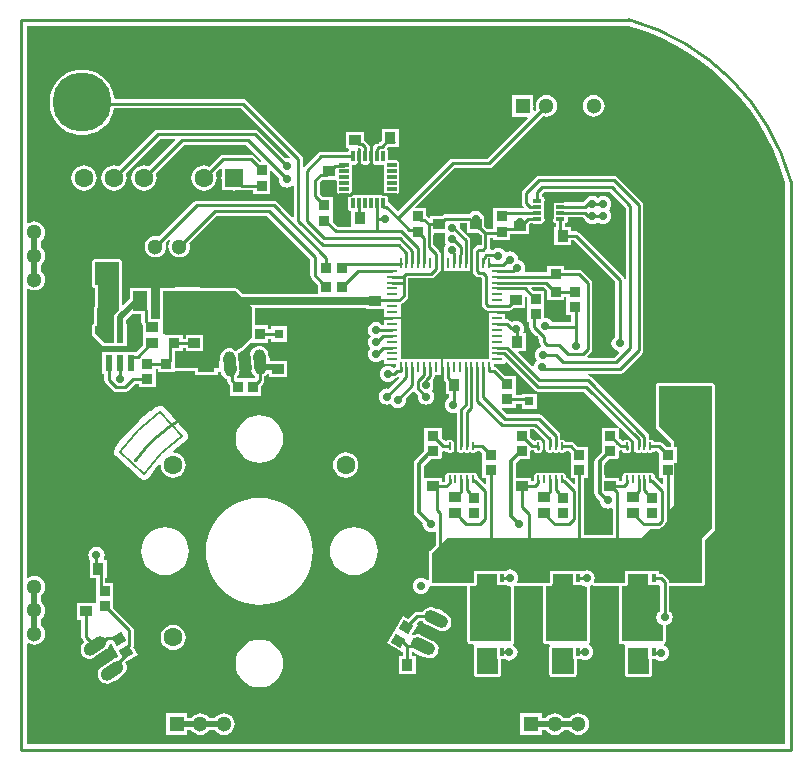
<source format=gtl>
G04*
G04 #@! TF.GenerationSoftware,Altium Limited,Altium Designer,20.1.14 (287)*
G04*
G04 Layer_Physical_Order=1*
G04 Layer_Color=255*
%FSLAX25Y25*%
%MOIN*%
G70*
G04*
G04 #@! TF.SameCoordinates,BFC865CF-BEAF-49AC-A6C2-1AB5C3D80CD9*
G04*
G04*
G04 #@! TF.FilePolarity,Positive*
G04*
G01*
G75*
%ADD10C,0.00787*%
%ADD12C,0.02803*%
%ADD13C,0.01000*%
%ADD21C,0.01378*%
%ADD60R,0.03740X0.03347*%
%ADD61R,0.03937X0.03543*%
%ADD62R,0.03543X0.06299*%
%ADD63R,0.01339X0.03150*%
%ADD64R,0.01654X0.02598*%
G04:AMPARAMS|DCode=65|XSize=23.62mil|YSize=9.45mil|CornerRadius=1.18mil|HoleSize=0mil|Usage=FLASHONLY|Rotation=90.000|XOffset=0mil|YOffset=0mil|HoleType=Round|Shape=RoundedRectangle|*
%AMROUNDEDRECTD65*
21,1,0.02362,0.00709,0,0,90.0*
21,1,0.02126,0.00945,0,0,90.0*
1,1,0.00236,0.00354,0.01063*
1,1,0.00236,0.00354,-0.01063*
1,1,0.00236,-0.00354,-0.01063*
1,1,0.00236,-0.00354,0.01063*
%
%ADD65ROUNDEDRECTD65*%
G04:AMPARAMS|DCode=66|XSize=64.96mil|YSize=94.49mil|CornerRadius=1.62mil|HoleSize=0mil|Usage=FLASHONLY|Rotation=90.000|XOffset=0mil|YOffset=0mil|HoleType=Round|Shape=RoundedRectangle|*
%AMROUNDEDRECTD66*
21,1,0.06496,0.09124,0,0,90.0*
21,1,0.06171,0.09449,0,0,90.0*
1,1,0.00325,0.04562,0.03086*
1,1,0.00325,0.04562,-0.03086*
1,1,0.00325,-0.04562,-0.03086*
1,1,0.00325,-0.04562,0.03086*
%
%ADD66ROUNDEDRECTD66*%
%ADD67R,0.03543X0.03937*%
%ADD68R,0.10039X0.09646*%
%ADD69R,0.01024X0.03386*%
%ADD70R,0.03386X0.01024*%
%ADD71R,0.10630X0.05118*%
%ADD72R,0.03150X0.03150*%
%ADD73R,0.23622X0.23622*%
G04:AMPARAMS|DCode=74|XSize=31.5mil|YSize=13.78mil|CornerRadius=1.72mil|HoleSize=0mil|Usage=FLASHONLY|Rotation=180.000|XOffset=0mil|YOffset=0mil|HoleType=Round|Shape=RoundedRectangle|*
%AMROUNDEDRECTD74*
21,1,0.03150,0.01034,0,0,180.0*
21,1,0.02805,0.01378,0,0,180.0*
1,1,0.00345,-0.01403,0.00517*
1,1,0.00345,0.01403,0.00517*
1,1,0.00345,0.01403,-0.00517*
1,1,0.00345,-0.01403,-0.00517*
%
%ADD74ROUNDEDRECTD74*%
%ADD75R,0.10630X0.10236*%
G04:AMPARAMS|DCode=76|XSize=33.47mil|YSize=13.78mil|CornerRadius=1.72mil|HoleSize=0mil|Usage=FLASHONLY|Rotation=270.000|XOffset=0mil|YOffset=0mil|HoleType=Round|Shape=RoundedRectangle|*
%AMROUNDEDRECTD76*
21,1,0.03347,0.01034,0,0,270.0*
21,1,0.03002,0.01378,0,0,270.0*
1,1,0.00345,-0.00517,-0.01501*
1,1,0.00345,-0.00517,0.01501*
1,1,0.00345,0.00517,0.01501*
1,1,0.00345,0.00517,-0.01501*
%
%ADD76ROUNDEDRECTD76*%
%ADD77R,0.02362X0.05315*%
%ADD78R,0.05118X0.05512*%
%ADD79R,0.04724X0.06890*%
%ADD80R,0.05512X0.05118*%
G04:AMPARAMS|DCode=81|XSize=37.4mil|YSize=33.47mil|CornerRadius=0mil|HoleSize=0mil|Usage=FLASHONLY|Rotation=30.000|XOffset=0mil|YOffset=0mil|HoleType=Round|Shape=Rectangle|*
%AMROTATEDRECTD81*
4,1,4,-0.00783,-0.02384,-0.02456,0.00514,0.00783,0.02384,0.02456,-0.00514,-0.00783,-0.02384,0.0*
%
%ADD81ROTATEDRECTD81*%

G04:AMPARAMS|DCode=82|XSize=37.4mil|YSize=33.47mil|CornerRadius=0mil|HoleSize=0mil|Usage=FLASHONLY|Rotation=150.000|XOffset=0mil|YOffset=0mil|HoleType=Round|Shape=Rectangle|*
%AMROTATEDRECTD82*
4,1,4,0.02456,0.00514,0.00783,-0.02384,-0.02456,-0.00514,-0.00783,0.02384,0.02456,0.00514,0.0*
%
%ADD82ROTATEDRECTD82*%

G04:AMPARAMS|DCode=83|XSize=29.13mil|YSize=11.02mil|CornerRadius=1.38mil|HoleSize=0mil|Usage=FLASHONLY|Rotation=180.000|XOffset=0mil|YOffset=0mil|HoleType=Round|Shape=RoundedRectangle|*
%AMROUNDEDRECTD83*
21,1,0.02913,0.00827,0,0,180.0*
21,1,0.02638,0.01102,0,0,180.0*
1,1,0.00276,-0.01319,0.00413*
1,1,0.00276,0.01319,0.00413*
1,1,0.00276,0.01319,-0.00413*
1,1,0.00276,-0.01319,-0.00413*
%
%ADD83ROUNDEDRECTD83*%
%ADD84R,0.03347X0.03740*%
%ADD85C,0.02016*%
%ADD86C,0.02000*%
%ADD87C,0.02787*%
%ADD88C,0.05118*%
%ADD89R,0.05118X0.05118*%
%ADD90C,0.06299*%
%ADD91C,0.19685*%
G04:AMPARAMS|DCode=92|XSize=84.25mil|YSize=42.13mil|CornerRadius=0mil|HoleSize=0mil|Usage=FLASHONLY|Rotation=214.480|XOffset=0mil|YOffset=0mil|HoleType=Round|Shape=Round|*
%AMOVALD92*
21,1,0.04213,0.04213,0.00000,0.00000,214.5*
1,1,0.04213,0.01736,0.01192*
1,1,0.04213,-0.01736,-0.01192*
%
%ADD92OVALD92*%

G04:AMPARAMS|DCode=93|XSize=84.25mil|YSize=42.13mil|CornerRadius=0mil|HoleSize=0mil|Usage=FLASHONLY|Rotation=334.480|XOffset=0mil|YOffset=0mil|HoleType=Round|Shape=Round|*
%AMOVALD93*
21,1,0.04213,0.04213,0.00000,0.00000,334.5*
1,1,0.04213,-0.01901,0.00907*
1,1,0.04213,0.01901,-0.00907*
%
%ADD93OVALD93*%

G04:AMPARAMS|DCode=94|XSize=84.25mil|YSize=42.13mil|CornerRadius=0mil|HoleSize=0mil|Usage=FLASHONLY|Rotation=94.480|XOffset=0mil|YOffset=0mil|HoleType=Round|Shape=Round|*
%AMOVALD94*
21,1,0.04213,0.04213,0.00000,0.00000,94.5*
1,1,0.04213,0.00165,-0.02100*
1,1,0.04213,-0.00165,0.02100*
%
%ADD94OVALD94*%

%ADD95R,0.06299X0.06299*%
%ADD96C,0.05906*%
%ADD97R,0.05118X0.05118*%
%ADD98C,0.02756*%
G36*
X125054Y174533D02*
X129631Y172932D01*
X134095Y171040D01*
X138430Y168866D01*
X142616Y166419D01*
X146636Y163709D01*
X150475Y160747D01*
X154116Y157545D01*
X157545Y154116D01*
X160747Y150475D01*
X163709Y146636D01*
X166419Y142616D01*
X168866Y138430D01*
X171040Y134096D01*
X172932Y129631D01*
X174533Y125054D01*
X175110Y122991D01*
X175110Y-64244D01*
X-77472D01*
Y-30753D01*
X-77024Y-30532D01*
X-76811Y-30695D01*
X-75937Y-31057D01*
X-75000Y-31181D01*
X-74063Y-31057D01*
X-73189Y-30695D01*
X-72439Y-30120D01*
X-71864Y-29370D01*
X-71502Y-28496D01*
X-71378Y-27559D01*
X-71502Y-26622D01*
X-71864Y-25748D01*
X-72439Y-24998D01*
X-72961Y-24598D01*
Y-22646D01*
X-72439Y-22246D01*
X-71864Y-21496D01*
X-71502Y-20622D01*
X-71378Y-19685D01*
X-71502Y-18748D01*
X-71864Y-17874D01*
X-72439Y-17124D01*
X-72961Y-16724D01*
Y-14772D01*
X-72439Y-14372D01*
X-71864Y-13622D01*
X-71502Y-12748D01*
X-71378Y-11811D01*
X-71502Y-10874D01*
X-71864Y-10000D01*
X-72439Y-9250D01*
X-73189Y-8675D01*
X-74063Y-8313D01*
X-75000Y-8190D01*
X-75937Y-8313D01*
X-76811Y-8675D01*
X-77024Y-8838D01*
X-77472Y-8617D01*
X-77472Y87357D01*
X-77024Y87578D01*
X-76811Y87415D01*
X-75937Y87053D01*
X-75000Y86930D01*
X-74063Y87053D01*
X-73189Y87415D01*
X-72439Y87990D01*
X-71864Y88740D01*
X-71502Y89614D01*
X-71378Y90551D01*
X-71502Y91488D01*
X-71864Y92362D01*
X-72439Y93112D01*
X-72961Y93512D01*
Y95464D01*
X-72439Y95864D01*
X-71864Y96614D01*
X-71502Y97488D01*
X-71378Y98425D01*
X-71502Y99362D01*
X-71864Y100236D01*
X-72439Y100986D01*
X-72961Y101386D01*
Y103338D01*
X-72439Y103738D01*
X-71864Y104488D01*
X-71502Y105362D01*
X-71378Y106299D01*
X-71502Y107237D01*
X-71864Y108110D01*
X-72439Y108860D01*
X-73189Y109436D01*
X-74063Y109797D01*
X-75000Y109921D01*
X-75937Y109797D01*
X-76811Y109436D01*
X-77024Y109272D01*
X-77472Y109493D01*
X-77472Y175110D01*
X122991D01*
X125054Y174533D01*
D02*
G37*
%LPC*%
G36*
X111417Y152047D02*
X110480Y151923D01*
X109607Y151561D01*
X108856Y150986D01*
X108281Y150236D01*
X107919Y149363D01*
X107796Y148425D01*
X107919Y147488D01*
X108281Y146614D01*
X108856Y145864D01*
X109607Y145289D01*
X110480Y144927D01*
X111417Y144804D01*
X112355Y144927D01*
X113228Y145289D01*
X113978Y145864D01*
X114554Y146614D01*
X114916Y147488D01*
X115039Y148425D01*
X114916Y149363D01*
X114554Y150236D01*
X113978Y150986D01*
X113228Y151561D01*
X112355Y151923D01*
X111417Y152047D01*
D02*
G37*
G36*
X-59055Y160482D02*
X-60756Y160348D01*
X-62416Y159950D01*
X-63993Y159297D01*
X-65448Y158405D01*
X-66746Y157297D01*
X-67854Y155999D01*
X-68746Y154544D01*
X-69399Y152967D01*
X-69797Y151308D01*
X-69931Y149606D01*
X-69797Y147905D01*
X-69399Y146245D01*
X-68746Y144669D01*
X-67854Y143213D01*
X-66746Y141916D01*
X-65448Y140807D01*
X-63993Y139916D01*
X-62416Y139263D01*
X-60756Y138864D01*
X-59055Y138730D01*
X-57354Y138864D01*
X-55694Y139263D01*
X-54118Y139916D01*
X-52662Y140807D01*
X-51365Y141916D01*
X-50256Y143213D01*
X-49365Y144669D01*
X-48711Y146245D01*
X-48366Y147683D01*
X-6145D01*
X10195Y131343D01*
X9911Y130919D01*
X9761Y130982D01*
X9055Y131075D01*
X8556Y131009D01*
X-493Y140058D01*
X-989Y140389D01*
X-1575Y140506D01*
X-33898D01*
X-34483Y140389D01*
X-34979Y140058D01*
X-46794Y128243D01*
X-47373Y128483D01*
X-48465Y128627D01*
X-49556Y128483D01*
X-50573Y128062D01*
X-51447Y127392D01*
X-52117Y126518D01*
X-52538Y125501D01*
X-52682Y124409D01*
X-52538Y123318D01*
X-52117Y122301D01*
X-51447Y121427D01*
X-50573Y120757D01*
X-49556Y120336D01*
X-48465Y120192D01*
X-47373Y120336D01*
X-46356Y120757D01*
X-45483Y121427D01*
X-44812Y122301D01*
X-44391Y123318D01*
X-44247Y124409D01*
X-44391Y125501D01*
X-44631Y126080D01*
X-33264Y137447D01*
X-28243D01*
X-28052Y136985D01*
X-36794Y128243D01*
X-37373Y128483D01*
X-38465Y128627D01*
X-39556Y128483D01*
X-40573Y128062D01*
X-41447Y127392D01*
X-42117Y126518D01*
X-42538Y125501D01*
X-42682Y124409D01*
X-42538Y123318D01*
X-42117Y122301D01*
X-41447Y121427D01*
X-40573Y120757D01*
X-39556Y120336D01*
X-38465Y120192D01*
X-37373Y120336D01*
X-36356Y120757D01*
X-35483Y121427D01*
X-34812Y122301D01*
X-34391Y123318D01*
X-34247Y124409D01*
X-34391Y125501D01*
X-34631Y126080D01*
X-25233Y135478D01*
X-4571D01*
X579Y130329D01*
X400Y129801D01*
X151Y129768D01*
X-1871Y131790D01*
X-2368Y132122D01*
X-2953Y132238D01*
X-12165D01*
X-12751Y132122D01*
X-13247Y131790D01*
X-16794Y128243D01*
X-17373Y128483D01*
X-18465Y128627D01*
X-19556Y128483D01*
X-20573Y128062D01*
X-21447Y127392D01*
X-22117Y126518D01*
X-22538Y125501D01*
X-22682Y124409D01*
X-22538Y123318D01*
X-22117Y122301D01*
X-21447Y121427D01*
X-20573Y120757D01*
X-19556Y120336D01*
X-18465Y120192D01*
X-17373Y120336D01*
X-16356Y120757D01*
X-15483Y121427D01*
X-14812Y122301D01*
X-14391Y123318D01*
X-14247Y124409D01*
X-14391Y125501D01*
X-14631Y126080D01*
X-13076Y127635D01*
X-12614Y127444D01*
Y124923D01*
X-12682Y124409D01*
X-12614Y123896D01*
Y120260D01*
X-8978D01*
X-8465Y120192D01*
X-7951Y120260D01*
X-4315D01*
Y120321D01*
X-2083D01*
Y119177D01*
X3658D01*
Y124295D01*
Y126597D01*
X4119Y126789D01*
X6460Y124448D01*
X6394Y123949D01*
X6487Y123243D01*
X6759Y122585D01*
X7193Y122020D01*
X7758Y121586D01*
X8416Y121314D01*
X9122Y121221D01*
X9828Y121314D01*
X10486Y121586D01*
X10963Y121952D01*
X11463Y121809D01*
Y111432D01*
X11001Y111241D01*
X5806Y116436D01*
X5310Y116767D01*
X4724Y116884D01*
X-20866D01*
X-21451Y116767D01*
X-21948Y116436D01*
X-33427Y104956D01*
X-33708Y105073D01*
X-34646Y105196D01*
X-35583Y105073D01*
X-36456Y104711D01*
X-37207Y104136D01*
X-37782Y103386D01*
X-38144Y102512D01*
X-38267Y101575D01*
X-38144Y100637D01*
X-37782Y99764D01*
X-37207Y99014D01*
X-36456Y98439D01*
X-35583Y98077D01*
X-34646Y97953D01*
X-33708Y98077D01*
X-32835Y98439D01*
X-32085Y99014D01*
X-31509Y99764D01*
X-31148Y100637D01*
X-31024Y101575D01*
X-31148Y102512D01*
X-31264Y102794D01*
X-30097Y103961D01*
X-29720Y103630D01*
X-29908Y103386D01*
X-30270Y102512D01*
X-30393Y101575D01*
X-30270Y100637D01*
X-29908Y99764D01*
X-29333Y99014D01*
X-28582Y98439D01*
X-27709Y98077D01*
X-26772Y97953D01*
X-25834Y98077D01*
X-24961Y98439D01*
X-24211Y99014D01*
X-23635Y99764D01*
X-23273Y100637D01*
X-23150Y101575D01*
X-23273Y102512D01*
X-23390Y102794D01*
X-14327Y111856D01*
X2516D01*
X16974Y97398D01*
Y91929D01*
X17091Y91344D01*
X17423Y90848D01*
X19571Y88699D01*
Y85807D01*
X-5625D01*
X-7153Y87335D01*
X-7484Y87556D01*
X-7874Y87634D01*
X-19258Y87634D01*
X-19497Y87793D01*
X-20277Y87949D01*
X-28264D01*
X-28264Y87949D01*
X-28461Y87910D01*
X-32988D01*
Y87346D01*
X-33004Y87335D01*
X-33226Y87004D01*
X-33303Y86614D01*
X-33303Y77476D01*
X-36274D01*
Y80520D01*
X-36303Y80668D01*
Y87910D01*
X-43028D01*
Y84292D01*
X-45369Y81951D01*
X-45831Y82142D01*
Y96386D01*
X-45908Y96776D01*
X-46129Y97107D01*
X-46460Y97328D01*
X-46850Y97406D01*
X-54724D01*
X-55115Y97328D01*
X-55445Y97107D01*
X-55666Y96776D01*
X-55744Y96386D01*
X-55744Y88795D01*
X-55666Y88405D01*
X-55445Y88074D01*
X-55115Y87853D01*
X-54941Y87819D01*
Y81646D01*
X-55007Y81565D01*
X-55076Y81435D01*
X-55159Y81311D01*
X-55169Y81260D01*
X-55193Y81214D01*
X-55207Y81067D01*
X-55236Y80921D01*
Y75845D01*
X-55445Y75705D01*
X-55666Y75374D01*
X-55744Y74984D01*
Y72441D01*
X-55666Y72051D01*
X-55445Y71720D01*
X-52378Y68652D01*
Y68331D01*
X-51871D01*
X-51575Y68272D01*
X-48638Y68272D01*
X-48341Y68331D01*
X-44276D01*
Y75646D01*
X-44409D01*
Y77120D01*
X-42510Y79020D01*
X-39333D01*
Y76484D01*
X-39216Y75899D01*
X-38885Y75403D01*
X-38795Y75314D01*
Y71933D01*
Y68781D01*
X-41232Y66344D01*
X-42035D01*
X-42183Y66315D01*
X-52378D01*
Y59000D01*
X-51726D01*
Y57150D01*
X-51610Y56565D01*
X-51278Y56069D01*
X-48730Y53521D01*
X-48234Y53189D01*
X-47649Y53073D01*
X-44945D01*
X-44359Y53189D01*
X-43863Y53521D01*
X-41630Y55754D01*
X-40272D01*
Y54610D01*
X-34532D01*
Y60872D01*
X-33972D01*
Y59728D01*
X-28232D01*
Y60004D01*
X-21472D01*
Y58646D01*
X-13961D01*
Y60004D01*
X-13562D01*
X-13464Y60024D01*
X-13363D01*
X-13363Y60024D01*
X-13323Y60027D01*
X-12986Y59913D01*
X-12821Y59765D01*
X-12793Y59725D01*
X-12695Y59264D01*
X-12324Y58535D01*
X-11777Y57928D01*
X-11091Y57482D01*
X-10656Y57340D01*
Y56765D01*
X-10540Y56179D01*
X-10208Y55683D01*
X-9957Y55432D01*
Y51854D01*
X508D01*
Y55235D01*
X1145Y55872D01*
X1476Y56368D01*
X1593Y56953D01*
Y58299D01*
X2002Y58508D01*
X2610Y59055D01*
X2614Y59061D01*
X3253Y59137D01*
X3331Y59064D01*
Y57957D01*
X9268D01*
Y63500D01*
X5733D01*
X5535Y63539D01*
X5535Y63539D01*
X3540D01*
X3466Y64102D01*
X3114Y64951D01*
X3063Y65018D01*
X3022Y65535D01*
X2853Y66335D01*
X2482Y67064D01*
X1935Y67672D01*
X1249Y68117D01*
X471Y68370D01*
X-346Y68414D01*
X-1146Y68244D01*
X-1875Y67873D01*
X-2483Y67326D01*
X-2929Y66640D01*
X-3181Y65862D01*
X-3225Y65045D01*
X-3181Y64484D01*
X-3339Y64102D01*
X-3459Y63190D01*
X-3339Y62278D01*
X-2987Y61429D01*
X-2936Y61363D01*
X-2895Y60846D01*
X-2726Y60045D01*
X-2355Y59317D01*
X-1808Y58709D01*
X-1466Y58486D01*
Y57595D01*
X-7527D01*
X-7559Y58095D01*
X-7360Y58274D01*
X-6914Y58959D01*
X-6661Y59737D01*
X-6618Y60554D01*
X-6662Y61115D01*
X-6504Y61497D01*
X-6384Y62409D01*
X-6504Y63321D01*
X-6856Y64170D01*
X-6906Y64236D01*
X-6947Y64754D01*
X-7117Y65554D01*
X-7099Y65987D01*
X-6940Y66074D01*
X-6850Y66150D01*
X-6750Y66210D01*
X-6277Y66634D01*
X-5733Y66912D01*
X-5607Y67010D01*
X-5475Y67099D01*
X-3003Y69571D01*
X2870D01*
Y70912D01*
X3921D01*
Y69866D01*
X9071D01*
Y75016D01*
X3921D01*
Y73970D01*
X2870D01*
Y75311D01*
X-1343D01*
X-1343Y80926D01*
X35614D01*
Y80594D01*
X41551D01*
X41658Y80138D01*
Y78213D01*
X47043D01*
Y82219D01*
X47251Y82260D01*
X47747Y82592D01*
X49113Y83958D01*
X49444Y84454D01*
X49561Y85039D01*
Y90990D01*
X57327D01*
X57912Y91107D01*
X58408Y91438D01*
X59928Y92958D01*
X60259Y93454D01*
X60270Y93508D01*
X60370D01*
Y94011D01*
X60376Y94040D01*
Y96141D01*
X60388Y96201D01*
Y99065D01*
X60271Y99650D01*
X59940Y100147D01*
X58116Y101970D01*
Y106185D01*
X61696D01*
X61942Y105685D01*
X61811Y105514D01*
X61538Y104856D01*
X61445Y104150D01*
X61538Y103444D01*
X61811Y102786D01*
X62205Y102272D01*
X61811Y101758D01*
X61538Y101100D01*
X61445Y100394D01*
X61538Y99688D01*
X61660Y99394D01*
X61326Y98894D01*
X61283D01*
Y93508D01*
X70213D01*
Y96112D01*
X70230Y96201D01*
Y103692D01*
X70114Y104277D01*
X69782Y104773D01*
X66872Y107684D01*
X66901Y107905D01*
X66808Y108612D01*
X66714Y108838D01*
X66992Y109254D01*
X69079D01*
Y106185D01*
X72902D01*
X73774Y105313D01*
Y102112D01*
X73224D01*
X72638Y101996D01*
X72142Y101664D01*
X71556Y101078D01*
X71225Y100582D01*
X71108Y99997D01*
Y96201D01*
Y93504D01*
X71225Y92919D01*
X71556Y92422D01*
X72147Y91832D01*
X72643Y91500D01*
X73228Y91384D01*
X73776D01*
X74061Y91099D01*
Y82279D01*
X74178Y81694D01*
X74509Y81197D01*
X75095Y80611D01*
X75591Y80280D01*
X76176Y80164D01*
X83169D01*
X83755Y80280D01*
X84251Y80611D01*
X84627Y80988D01*
X88402D01*
Y84767D01*
X88863Y84958D01*
X89256Y84566D01*
Y81382D01*
Y76264D01*
X90002D01*
Y74610D01*
X90118Y74025D01*
X90450Y73529D01*
X93324Y70655D01*
Y69714D01*
X93440Y69128D01*
X93772Y68632D01*
X93942Y68462D01*
X93900Y68336D01*
X93729Y67967D01*
X93124Y67717D01*
X92559Y67283D01*
X92125Y66718D01*
X91853Y66060D01*
X91760Y65354D01*
X91853Y64648D01*
X92125Y63990D01*
X92451Y63566D01*
X92165Y63346D01*
X91732Y62781D01*
X91459Y62123D01*
X91422Y61841D01*
X90894Y61662D01*
X86302Y66255D01*
X86493Y66716D01*
X88697D01*
Y72654D01*
X88246D01*
X87969Y73069D01*
X88068Y73310D01*
X88161Y74016D01*
X88068Y74722D01*
X87796Y75380D01*
X87362Y75945D01*
X86797Y76378D01*
X86139Y76651D01*
X85433Y76744D01*
X84727Y76651D01*
X84069Y76378D01*
X84051Y76364D01*
X83546Y76869D01*
X83050Y77200D01*
X82465Y77317D01*
X81965D01*
Y79268D01*
X76579D01*
Y76244D01*
Y72307D01*
Y68370D01*
Y63973D01*
X61283D01*
Y61368D01*
X61266Y61279D01*
Y57776D01*
X61382Y57190D01*
X61714Y56694D01*
X62090Y56317D01*
Y52543D01*
X63333D01*
Y51235D01*
X63203Y51182D01*
X62638Y50748D01*
X62204Y50183D01*
X61932Y49525D01*
X61839Y48819D01*
X61932Y48113D01*
X62204Y47455D01*
X62638Y46890D01*
X63203Y46456D01*
X63861Y46184D01*
X64567Y46091D01*
X65273Y46184D01*
X65378Y46227D01*
X65793Y45949D01*
Y35039D01*
X65829Y34863D01*
Y33976D01*
X65915Y33540D01*
X66162Y33170D01*
X66532Y32923D01*
X66969Y32836D01*
X67677D01*
X68113Y32923D01*
X68307Y33053D01*
X68501Y32923D01*
X68937Y32836D01*
X69646D01*
X70082Y32923D01*
X70276Y33053D01*
X70469Y32923D01*
X70906Y32836D01*
X71614D01*
X72050Y32923D01*
X72420Y33170D01*
X72647Y33510D01*
X73579D01*
X74295Y32794D01*
Y29413D01*
Y24295D01*
X75636D01*
Y22456D01*
X75174Y22264D01*
X73022Y24416D01*
X72754Y24595D01*
Y25079D01*
X72667Y25515D01*
X72420Y25885D01*
X72050Y26132D01*
X71614Y26219D01*
X70906D01*
X70469Y26132D01*
X70276Y26003D01*
X70082Y26132D01*
X69646Y26219D01*
X68937D01*
X68501Y26132D01*
X68307Y26003D01*
X68113Y26132D01*
X67677Y26219D01*
X66969D01*
X66532Y26132D01*
X66339Y26003D01*
X66145Y26132D01*
X65709Y26219D01*
X65000D01*
X64564Y26132D01*
X64370Y26003D01*
X64176Y26132D01*
X63740Y26219D01*
X63032D01*
X62595Y26132D01*
X62225Y25885D01*
X61978Y25515D01*
X61892Y25079D01*
Y24192D01*
X61856Y24016D01*
Y23468D01*
X61571Y23183D01*
X60843D01*
Y24524D01*
X54905D01*
X54852Y25001D01*
Y28401D01*
X57043Y30592D01*
X57056Y30595D01*
X60630D01*
Y31004D01*
X60744D01*
Y33122D01*
X61244Y33533D01*
X61358Y33510D01*
X61998D01*
X62225Y33170D01*
X62595Y32923D01*
X63032Y32836D01*
X63740D01*
X64176Y32923D01*
X64546Y33170D01*
X64793Y33540D01*
X64880Y33976D01*
Y35002D01*
X64888Y35039D01*
X64880Y35077D01*
Y36102D01*
X64793Y36539D01*
X64546Y36909D01*
X64176Y37156D01*
X63740Y37242D01*
X63032D01*
X62595Y37156D01*
X62225Y36909D01*
X61635Y36925D01*
X60744Y37816D01*
Y41059D01*
X58291D01*
X57874Y41114D01*
X57458Y41059D01*
X55004D01*
Y35713D01*
Y33424D01*
X51912Y30332D01*
X51539Y29773D01*
X51408Y29114D01*
Y13012D01*
X51539Y12353D01*
X51912Y11794D01*
X54393Y9314D01*
X54359Y9055D01*
X54452Y8349D01*
X54724Y7691D01*
X55158Y7126D01*
X55723Y6692D01*
X56381Y6420D01*
X57087Y6327D01*
X57793Y6420D01*
X58207Y6592D01*
X58707Y6295D01*
Y1969D01*
X58721Y1896D01*
X56841Y16D01*
X56677D01*
Y-189D01*
X56538Y-397D01*
X56461Y-787D01*
X56461Y-9639D01*
X55961Y-9809D01*
X55866Y-9685D01*
X55301Y-9252D01*
X54643Y-8979D01*
X53937Y-8886D01*
X53231Y-8979D01*
X52573Y-9252D01*
X52008Y-9685D01*
X51574Y-10250D01*
X51302Y-10908D01*
X51209Y-11614D01*
X51302Y-12320D01*
X51574Y-12978D01*
X52008Y-13543D01*
X52573Y-13977D01*
X53231Y-14249D01*
X53937Y-14342D01*
X54643Y-14249D01*
X55301Y-13977D01*
X55866Y-13543D01*
X56300Y-12978D01*
X56572Y-12320D01*
X56632Y-11867D01*
X57025Y-11614D01*
X57116Y-11586D01*
X57151Y-11584D01*
X57480Y-11649D01*
X69335D01*
X69335Y-29921D01*
X69412Y-30312D01*
X69633Y-30642D01*
X69964Y-30863D01*
X70354Y-30941D01*
X71191D01*
X71500Y-31441D01*
X71500Y-31441D01*
X71500D01*
X71490Y-31937D01*
X71421Y-32283D01*
X71421Y-40945D01*
X71499Y-41335D01*
X71720Y-41666D01*
X72051Y-41887D01*
X72441Y-41965D01*
X79528Y-41965D01*
X79918Y-41887D01*
X80248Y-41666D01*
X80470Y-41335D01*
X80547Y-40945D01*
X80547Y-36039D01*
X81909D01*
X81951Y-36072D01*
X82609Y-36344D01*
X83315Y-36437D01*
X84021Y-36344D01*
X84679Y-36072D01*
X85244Y-35638D01*
X85678Y-35073D01*
X85950Y-34415D01*
X86043Y-33709D01*
X85950Y-33003D01*
X85678Y-32345D01*
X85244Y-31780D01*
X84679Y-31346D01*
X84558Y-31296D01*
X84540Y-30748D01*
X84697Y-30642D01*
X84918Y-30311D01*
X84996Y-29921D01*
Y-26969D01*
X84996Y-11828D01*
X84989Y-11795D01*
X84994Y-11762D01*
X84981Y-11715D01*
X85221Y-11510D01*
X85221Y-11510D01*
X85428Y-11440D01*
X85498Y-11480D01*
X85636Y-11572D01*
X85669Y-11579D01*
X85698Y-11595D01*
X85863Y-11617D01*
X86026Y-11649D01*
X94532D01*
X94532Y-29921D01*
X94609Y-30312D01*
X94830Y-30642D01*
X95161Y-30863D01*
X95551Y-30941D01*
X96388D01*
X96697Y-31441D01*
X96697Y-31441D01*
X96697D01*
X96687Y-31937D01*
X96618Y-32283D01*
X96618Y-40945D01*
X96696Y-41335D01*
X96917Y-41666D01*
X97248Y-41887D01*
X97638Y-41965D01*
X104724Y-41965D01*
X105115Y-41887D01*
X105445Y-41666D01*
X105666Y-41335D01*
X105744Y-40945D01*
X105744Y-36040D01*
X107654D01*
X107910Y-36145D01*
X108616Y-36238D01*
X109322Y-36145D01*
X109980Y-35873D01*
X110545Y-35439D01*
X110978Y-34874D01*
X111251Y-34216D01*
X111344Y-33510D01*
X111251Y-32804D01*
X110978Y-32146D01*
X110545Y-31581D01*
X110007Y-31168D01*
X109978Y-31138D01*
X109919Y-30789D01*
X109931Y-30586D01*
X110115Y-30312D01*
X110193Y-29921D01*
Y-29213D01*
X110193Y-29213D01*
Y-26969D01*
X110193Y-26969D01*
X110193Y-11887D01*
X110186Y-11854D01*
X110191Y-11820D01*
X110148Y-11660D01*
X110124Y-11540D01*
X110419Y-11418D01*
X110610Y-11271D01*
X111139Y-11351D01*
X111216Y-11402D01*
X111280Y-11469D01*
X111380Y-11512D01*
X111470Y-11572D01*
X111561Y-11590D01*
X111645Y-11627D01*
X111754Y-11628D01*
X111860Y-11649D01*
X119728D01*
Y-26969D01*
Y-29921D01*
X119806Y-30312D01*
X120027Y-30642D01*
X120358Y-30863D01*
X120748Y-30941D01*
X121585D01*
X121894Y-31441D01*
X121894Y-31441D01*
X121894D01*
X121884Y-31937D01*
X121815Y-32283D01*
X121815Y-40945D01*
X121893Y-41335D01*
X122114Y-41666D01*
X122444Y-41887D01*
X122835Y-41965D01*
X129921Y-41965D01*
X130312Y-41887D01*
X130642Y-41666D01*
X130863Y-41335D01*
X130941Y-40945D01*
X130941Y-36039D01*
X132335D01*
X132494Y-36162D01*
X133152Y-36434D01*
X133858Y-36527D01*
X134564Y-36434D01*
X135222Y-36162D01*
X135787Y-35728D01*
X136221Y-35163D01*
X136493Y-34505D01*
X136586Y-33799D01*
X136493Y-33093D01*
X136221Y-32435D01*
X135787Y-31870D01*
X135222Y-31437D01*
X134921Y-31312D01*
X134906Y-31269D01*
X134907Y-30765D01*
X135091Y-30642D01*
X135312Y-30312D01*
X135390Y-29921D01*
Y-29213D01*
X135390Y-29213D01*
Y-26969D01*
X135390Y-26969D01*
Y-24729D01*
X135745Y-24682D01*
X136403Y-24410D01*
X136968Y-23976D01*
X137402Y-23411D01*
X137674Y-22753D01*
X137767Y-22047D01*
X137674Y-21341D01*
X137402Y-20683D01*
X136968Y-20118D01*
X136569Y-19812D01*
Y-11649D01*
X147638D01*
X148028Y-11572D01*
X148359Y-11351D01*
X148580Y-11020D01*
X148657Y-10630D01*
X148657Y3908D01*
X151508Y6759D01*
X151729Y7090D01*
X151807Y7480D01*
X151807Y55118D01*
X151729Y55508D01*
X151508Y55839D01*
X151178Y56060D01*
X150787Y56138D01*
X133071Y56138D01*
X132681Y56060D01*
X132350Y55839D01*
X132129Y55508D01*
X132051Y55118D01*
X132051Y41732D01*
X132129Y41342D01*
X132350Y41011D01*
X137169Y36192D01*
Y34760D01*
X135710D01*
X134349Y36121D01*
X133853Y36452D01*
X133268Y36569D01*
X131702D01*
X131475Y36909D01*
X131106Y37156D01*
X130669Y37242D01*
X129961D01*
X129876Y37312D01*
Y38189D01*
X129759Y38774D01*
X129428Y39270D01*
X110530Y58168D01*
X110034Y58500D01*
X109527Y58600D01*
X109576Y59101D01*
X120079D01*
X120664Y59217D01*
X121160Y59548D01*
X127459Y65848D01*
X127791Y66344D01*
X127907Y66929D01*
Y115354D01*
X127791Y115940D01*
X127459Y116436D01*
X119192Y124704D01*
X118695Y125035D01*
X118110Y125151D01*
X93307D01*
X92722Y125035D01*
X92226Y124704D01*
X87915Y120393D01*
X87584Y119897D01*
X87467Y119312D01*
Y116121D01*
X87584Y115536D01*
X87915Y115040D01*
X88169Y114787D01*
X87977Y114325D01*
X82087D01*
X81899Y114287D01*
X77839D01*
Y108941D01*
Y107476D01*
X75937D01*
X75016Y108397D01*
Y111728D01*
X74520D01*
X74410Y111994D01*
X73976Y112559D01*
X73411Y112993D01*
X72753Y113265D01*
X72047Y113358D01*
X71341Y113265D01*
X70683Y112993D01*
X70118Y112559D01*
X69929Y112313D01*
X66142D01*
X66142Y112313D01*
X61866D01*
X61281Y112197D01*
X60785Y111865D01*
X60648Y111728D01*
X60161D01*
X59744Y111783D01*
X59328Y111728D01*
X56874D01*
Y111404D01*
X56412Y111213D01*
X56103Y111522D01*
X55626Y111841D01*
Y114287D01*
X53172D01*
X52756Y114342D01*
X52339Y114287D01*
X52205D01*
X52014Y114749D01*
X65030Y127765D01*
X76539D01*
X77124Y127882D01*
X77620Y128213D01*
X94451Y145044D01*
X94732Y144927D01*
X95669Y144804D01*
X96607Y144927D01*
X97480Y145289D01*
X98230Y145864D01*
X98806Y146614D01*
X99167Y147488D01*
X99291Y148425D01*
X99167Y149363D01*
X98806Y150236D01*
X98230Y150986D01*
X97480Y151561D01*
X96607Y151923D01*
X95669Y152047D01*
X94732Y151923D01*
X93858Y151561D01*
X93108Y150986D01*
X92533Y150236D01*
X92171Y149363D01*
X92048Y148425D01*
X92171Y147488D01*
X92288Y147206D01*
X91816Y146735D01*
X91354Y146926D01*
Y147951D01*
X91417Y148425D01*
X91354Y148900D01*
Y151984D01*
X88270D01*
X87795Y152047D01*
X87321Y151984D01*
X84236D01*
Y148900D01*
X84174Y148425D01*
X84236Y147951D01*
Y144866D01*
X87321D01*
X87795Y144804D01*
X88270Y144866D01*
X89294D01*
X89485Y144404D01*
X75905Y130824D01*
X64396D01*
X63811Y130708D01*
X63315Y130376D01*
X46143Y113205D01*
X43396Y115952D01*
X42900Y116283D01*
X42854Y116292D01*
Y117544D01*
X42763Y118002D01*
X42504Y118389D01*
X42116Y118649D01*
X41658Y118739D01*
X40625D01*
X40168Y118649D01*
X40157Y118642D01*
X40147Y118649D01*
X39690Y118739D01*
X38656D01*
X38199Y118649D01*
X38189Y118642D01*
X38179Y118649D01*
X37721Y118739D01*
X36688D01*
X36231Y118649D01*
X36220Y118642D01*
X36210Y118649D01*
X35753Y118739D01*
X34719D01*
X34262Y118649D01*
X34252Y118642D01*
X34242Y118649D01*
X33784Y118739D01*
X32751D01*
X32294Y118649D01*
X32283Y118642D01*
X32273Y118649D01*
X31816Y118739D01*
X30782D01*
X30325Y118649D01*
X29937Y118389D01*
X29678Y118002D01*
X29587Y117544D01*
Y114542D01*
X29678Y114085D01*
X29937Y113697D01*
X30325Y113438D01*
X30595Y113384D01*
Y108222D01*
X26027D01*
X24524Y109726D01*
Y112681D01*
Y118028D01*
X21143D01*
X20033Y119137D01*
Y122989D01*
X20946Y123902D01*
X25348D01*
X25759Y123402D01*
X25749Y123351D01*
Y122318D01*
X25840Y121861D01*
X25846Y121850D01*
X25840Y121840D01*
X25749Y121383D01*
Y120349D01*
X25840Y119892D01*
X26099Y119504D01*
X26487Y119245D01*
X26944Y119154D01*
X29749D01*
X30206Y119245D01*
X30594Y119504D01*
X30853Y119892D01*
X30944Y120349D01*
Y121383D01*
X30853Y121840D01*
X30847Y121850D01*
X30853Y121861D01*
X30944Y122318D01*
Y123351D01*
X30853Y123809D01*
X30847Y123819D01*
X30853Y123829D01*
X30944Y124286D01*
Y125320D01*
X30853Y125777D01*
X30847Y125787D01*
X30853Y125797D01*
X30944Y126255D01*
Y127288D01*
X30853Y127746D01*
X30847Y127756D01*
X30853Y127766D01*
X30944Y128223D01*
Y128898D01*
X31816D01*
X32273Y128989D01*
X32661Y129248D01*
X32920Y129636D01*
X33011Y130094D01*
Y133096D01*
X32920Y133553D01*
X32732Y133835D01*
X32860Y134208D01*
X32953Y134335D01*
X33014D01*
X33161Y134305D01*
X33512D01*
X33707Y134111D01*
Y133690D01*
X33615Y133553D01*
X33524Y133096D01*
Y130094D01*
X33615Y129636D01*
X33874Y129248D01*
X34262Y128989D01*
X34719Y128898D01*
X35753D01*
X36210Y128989D01*
X36598Y129248D01*
X36857Y129636D01*
X36948Y130094D01*
Y133096D01*
X36857Y133553D01*
X36766Y133690D01*
Y134744D01*
X36649Y135329D01*
X36318Y135826D01*
X35227Y136916D01*
X34858Y137162D01*
Y139878D01*
X28921D01*
Y134335D01*
X29645D01*
X29739Y134208D01*
X29866Y133835D01*
X29678Y133553D01*
X29593Y133124D01*
X20571D01*
X19986Y133008D01*
X19489Y132676D01*
X15021Y128208D01*
X14522Y128415D01*
Y130709D01*
X14405Y131294D01*
X14074Y131790D01*
X-4430Y150294D01*
X-4927Y150626D01*
X-5512Y150742D01*
X-48268D01*
X-48313Y151308D01*
X-48711Y152967D01*
X-49365Y154544D01*
X-50256Y155999D01*
X-51365Y157297D01*
X-52662Y158405D01*
X-54118Y159297D01*
X-55694Y159950D01*
X-57354Y160348D01*
X-59055Y160482D01*
D02*
G37*
G36*
X46374Y140764D02*
X40831D01*
Y136990D01*
X40197Y136356D01*
X39759D01*
X39174Y136240D01*
X38678Y135908D01*
X38092Y135322D01*
X37760Y134826D01*
X37644Y134241D01*
Y133690D01*
X37552Y133553D01*
X37461Y133096D01*
Y131863D01*
X37447Y131791D01*
X37461Y131720D01*
Y130094D01*
X37552Y129636D01*
X37811Y129248D01*
X38199Y128989D01*
X38656Y128898D01*
X39690D01*
X40147Y128989D01*
X40157Y128996D01*
X40168Y128989D01*
X40625Y128898D01*
X41497D01*
Y128223D01*
X41588Y127766D01*
X41594Y127756D01*
X41588Y127746D01*
X41497Y127288D01*
Y126255D01*
X41588Y125797D01*
X41594Y125787D01*
X41588Y125777D01*
X41497Y125320D01*
Y124286D01*
X41588Y123829D01*
X41594Y123819D01*
X41588Y123809D01*
X41497Y123351D01*
Y122318D01*
X41588Y121861D01*
X41594Y121850D01*
X41588Y121840D01*
X41497Y121383D01*
Y120349D01*
X41588Y119892D01*
X41847Y119504D01*
X42235Y119245D01*
X42692Y119154D01*
X45497D01*
X45954Y119245D01*
X46342Y119504D01*
X46601Y119892D01*
X46692Y120349D01*
Y121383D01*
X46601Y121840D01*
X46595Y121850D01*
X46601Y121861D01*
X46692Y122318D01*
Y123351D01*
X46601Y123809D01*
X46595Y123819D01*
X46601Y123829D01*
X46692Y124286D01*
Y125320D01*
X46601Y125777D01*
X46595Y125787D01*
X46601Y125797D01*
X46692Y126255D01*
Y127288D01*
X46601Y127746D01*
X46595Y127756D01*
X46601Y127766D01*
X46692Y128223D01*
Y129257D01*
X46601Y129714D01*
X46342Y130102D01*
X45954Y130361D01*
X45497Y130452D01*
X42854D01*
Y133096D01*
X42763Y133553D01*
X42504Y133941D01*
X42468Y134301D01*
X42994Y134827D01*
X44726D01*
X44874Y134797D01*
X45022Y134827D01*
X46374D01*
Y136179D01*
X46403Y136327D01*
X46374Y136475D01*
Y140764D01*
D02*
G37*
G36*
X-58465Y128627D02*
X-59556Y128483D01*
X-60573Y128062D01*
X-61447Y127392D01*
X-62117Y126518D01*
X-62538Y125501D01*
X-62682Y124409D01*
X-62538Y123318D01*
X-62117Y122301D01*
X-61447Y121427D01*
X-60573Y120757D01*
X-59556Y120336D01*
X-58465Y120192D01*
X-57373Y120336D01*
X-56356Y120757D01*
X-55483Y121427D01*
X-54812Y122301D01*
X-54391Y123318D01*
X-54247Y124409D01*
X-54391Y125501D01*
X-54812Y126518D01*
X-55483Y127392D01*
X-56356Y128062D01*
X-57373Y128483D01*
X-58465Y128627D01*
D02*
G37*
G36*
X47043Y77299D02*
X41658D01*
Y75336D01*
X41070D01*
X40905Y75551D01*
X40340Y75985D01*
X39682Y76257D01*
X38976Y76350D01*
X38270Y76257D01*
X37612Y75985D01*
X37047Y75551D01*
X36614Y74986D01*
X36341Y74328D01*
X36248Y73622D01*
X36341Y72916D01*
X36614Y72258D01*
X36781Y72040D01*
X37047Y71614D01*
X36614Y71049D01*
X36341Y70391D01*
X36248Y69685D01*
X36341Y68979D01*
X36614Y68321D01*
X36781Y68103D01*
X37023Y67716D01*
X36781Y67330D01*
X36614Y67112D01*
X36341Y66454D01*
X36248Y65748D01*
X36341Y65042D01*
X36614Y64384D01*
X37047Y63819D01*
X37612Y63385D01*
X38270Y63113D01*
X38976Y63020D01*
X39682Y63113D01*
X40340Y63385D01*
X40905Y63819D01*
X41157Y64148D01*
X41658Y63978D01*
Y62465D01*
X45535D01*
Y61576D01*
X45299Y61529D01*
X44803Y61198D01*
X44699Y61094D01*
X44277Y61418D01*
X43619Y61690D01*
X42913Y61783D01*
X42207Y61690D01*
X41549Y61418D01*
X40984Y60984D01*
X40551Y60419D01*
X40278Y59761D01*
X40185Y59055D01*
X40278Y58349D01*
X40551Y57691D01*
X40984Y57126D01*
X41549Y56693D01*
X42207Y56420D01*
X42913Y56327D01*
X43619Y56420D01*
X44277Y56693D01*
X44842Y57126D01*
X45266Y57678D01*
X45488Y57723D01*
X45985Y58054D01*
X46275Y58344D01*
X46395Y58320D01*
X46560Y57778D01*
X43023Y54241D01*
X42500Y54309D01*
X41794Y54216D01*
X41136Y53944D01*
X40571Y53510D01*
X40137Y52946D01*
X39865Y52288D01*
X39772Y51581D01*
X39865Y50875D01*
X40137Y50217D01*
X40571Y49652D01*
X41136Y49219D01*
X41794Y48946D01*
X42500Y48853D01*
X43206Y48946D01*
X43657Y49133D01*
X43700Y49030D01*
X44134Y48465D01*
X44699Y48031D01*
X45357Y47759D01*
X46063Y47666D01*
X46769Y47759D01*
X47427Y48031D01*
X47992Y48465D01*
X48426Y49030D01*
X48698Y49688D01*
X48791Y50394D01*
X48725Y50893D01*
X51131Y53299D01*
X51628Y53250D01*
X51674Y53181D01*
X52886Y51969D01*
X52834Y51575D01*
X52928Y50869D01*
X53200Y50211D01*
X53634Y49646D01*
X54199Y49212D01*
X54856Y48940D01*
X55563Y48847D01*
X56269Y48940D01*
X56927Y49212D01*
X57492Y49646D01*
X57925Y50211D01*
X58198Y50869D01*
X58291Y51575D01*
X58198Y52281D01*
X57925Y52939D01*
X57508Y53483D01*
X57563Y53525D01*
X57996Y54090D01*
X58269Y54748D01*
X58362Y55454D01*
X58269Y56160D01*
X57996Y56818D01*
X57767Y57117D01*
X57971Y57321D01*
X58303Y57817D01*
X58419Y58402D01*
Y58587D01*
X60370D01*
Y63973D01*
X47043D01*
Y66402D01*
Y70339D01*
Y74276D01*
Y77299D01*
D02*
G37*
G36*
X0Y45361D02*
X-1553Y45208D01*
X-3046Y44755D01*
X-4422Y44020D01*
X-5628Y43030D01*
X-6618Y41824D01*
X-7354Y40447D01*
X-7807Y38954D01*
X-7960Y37401D01*
X-7807Y35849D01*
X-7354Y34355D01*
X-6618Y32979D01*
X-5628Y31773D01*
X-4422Y30783D01*
X-3046Y30048D01*
X-1553Y29595D01*
X0Y29442D01*
X1553Y29595D01*
X3046Y30048D01*
X4422Y30783D01*
X5628Y31773D01*
X6618Y32979D01*
X7354Y34355D01*
X7807Y35849D01*
X7960Y37401D01*
X7807Y38954D01*
X7354Y40447D01*
X6618Y41824D01*
X5628Y43030D01*
X4422Y44020D01*
X3046Y44755D01*
X1553Y45208D01*
X0Y45361D01*
D02*
G37*
G36*
X28740Y32957D02*
X27649Y32814D01*
X26632Y32392D01*
X25758Y31722D01*
X25088Y30849D01*
X24667Y29832D01*
X24523Y28740D01*
X24667Y27649D01*
X25088Y26632D01*
X25758Y25758D01*
X26632Y25088D01*
X27649Y24667D01*
X28740Y24523D01*
X29832Y24667D01*
X30849Y25088D01*
X31722Y25758D01*
X32392Y26632D01*
X32814Y27649D01*
X32957Y28740D01*
X32814Y29832D01*
X32392Y30849D01*
X31722Y31722D01*
X30849Y32392D01*
X29832Y32814D01*
X28740Y32957D01*
D02*
G37*
G36*
X-33150Y48530D02*
X-33379Y48485D01*
X-33613Y48478D01*
X-33718Y48430D01*
X-33832Y48414D01*
X-33881Y48385D01*
X-33937Y48374D01*
X-34131Y48244D01*
X-34344Y48148D01*
X-36271Y46773D01*
X-36331Y46711D01*
X-36406Y46669D01*
X-40020Y43609D01*
X-40074Y43542D01*
X-40145Y43494D01*
X-43494Y40145D01*
X-43542Y40074D01*
X-43609Y40020D01*
X-46669Y36406D01*
X-46711Y36331D01*
X-46773Y36271D01*
X-48148Y34344D01*
X-48267Y34080D01*
X-48414Y33832D01*
X-48430Y33718D01*
X-48478Y33613D01*
X-48487Y33324D01*
X-48527Y33038D01*
X-48499Y32926D01*
X-48502Y32811D01*
X-48400Y32541D01*
X-48328Y32261D01*
X-48259Y32169D01*
X-48218Y32061D01*
X-48020Y31851D01*
X-47847Y31620D01*
X-39723Y24338D01*
X-39611Y24272D01*
X-39521Y24178D01*
X-39269Y24069D01*
X-39033Y23929D01*
X-38904Y23911D01*
X-38785Y23859D01*
X-38511Y23855D01*
X-38239Y23816D01*
X-38113Y23848D01*
X-37983Y23846D01*
X-37728Y23947D01*
X-37462Y24015D01*
X-37358Y24093D01*
X-37237Y24141D01*
X-37040Y24332D01*
X-36821Y24496D01*
X-36755Y24608D01*
X-36661Y24699D01*
X-36050Y25581D01*
X-34774Y27291D01*
X-33424Y28928D01*
X-33406Y28948D01*
X-33109Y28810D01*
X-32952Y28703D01*
X-32814Y27649D01*
X-32392Y26632D01*
X-31722Y25758D01*
X-30849Y25088D01*
X-29832Y24667D01*
X-28740Y24523D01*
X-27649Y24667D01*
X-26632Y25088D01*
X-25758Y25758D01*
X-25088Y26632D01*
X-24667Y27649D01*
X-24523Y28740D01*
X-24667Y29832D01*
X-25088Y30849D01*
X-25758Y31722D01*
X-26632Y32392D01*
X-27649Y32814D01*
X-28703Y32952D01*
X-28810Y33109D01*
X-28948Y33406D01*
X-28928Y33424D01*
X-27291Y34774D01*
X-25581Y36050D01*
X-24699Y36661D01*
X-24608Y36755D01*
X-24496Y36821D01*
X-24332Y37040D01*
X-24141Y37237D01*
X-24093Y37358D01*
X-24015Y37462D01*
X-23947Y37728D01*
X-23846Y37983D01*
X-23848Y38113D01*
X-23816Y38239D01*
X-23855Y38511D01*
X-23859Y38785D01*
X-23911Y38904D01*
X-23929Y39033D01*
X-24069Y39269D01*
X-24178Y39521D01*
X-24272Y39611D01*
X-24338Y39723D01*
X-31620Y47847D01*
X-31666Y47881D01*
X-31697Y47928D01*
X-31891Y48058D01*
X-32061Y48218D01*
X-32169Y48259D01*
X-32261Y48328D01*
X-32317Y48342D01*
X-32364Y48374D01*
X-32593Y48419D01*
X-32811Y48502D01*
X-32926Y48499D01*
X-33038Y48527D01*
X-33095Y48519D01*
X-33150Y48530D01*
D02*
G37*
G36*
X31496Y7960D02*
X29943Y7807D01*
X28450Y7354D01*
X27074Y6618D01*
X25868Y5628D01*
X24878Y4422D01*
X24142Y3046D01*
X23689Y1553D01*
X23536Y0D01*
X23689Y-1553D01*
X24142Y-3046D01*
X24878Y-4422D01*
X25868Y-5628D01*
X27074Y-6618D01*
X28450Y-7354D01*
X29943Y-7807D01*
X31496Y-7960D01*
X33049Y-7807D01*
X34542Y-7354D01*
X35918Y-6618D01*
X37124Y-5628D01*
X38114Y-4422D01*
X38850Y-3046D01*
X39303Y-1553D01*
X39456Y0D01*
X39303Y1553D01*
X38850Y3046D01*
X38114Y4422D01*
X37124Y5628D01*
X35918Y6618D01*
X34542Y7354D01*
X33049Y7807D01*
X31496Y7960D01*
D02*
G37*
G36*
X-31496D02*
X-33049Y7807D01*
X-34542Y7354D01*
X-35918Y6618D01*
X-37124Y5628D01*
X-38114Y4422D01*
X-38850Y3046D01*
X-39303Y1553D01*
X-39456Y0D01*
X-39303Y-1553D01*
X-38850Y-3046D01*
X-38114Y-4422D01*
X-37124Y-5628D01*
X-35918Y-6618D01*
X-34542Y-7354D01*
X-33049Y-7807D01*
X-31496Y-7960D01*
X-29943Y-7807D01*
X-28450Y-7354D01*
X-27074Y-6618D01*
X-25868Y-5628D01*
X-24878Y-4422D01*
X-24142Y-3046D01*
X-23689Y-1553D01*
X-23537Y0D01*
X-23689Y1553D01*
X-24142Y3046D01*
X-24878Y4422D01*
X-25868Y5628D01*
X-27074Y6618D01*
X-28450Y7354D01*
X-29943Y7807D01*
X-31496Y7960D01*
D02*
G37*
G36*
X-54331Y1547D02*
X-55037Y1454D01*
X-55695Y1182D01*
X-56260Y748D01*
X-56693Y183D01*
X-56966Y-475D01*
X-57059Y-1181D01*
X-56966Y-1887D01*
X-56693Y-2545D01*
X-56681Y-2561D01*
X-56413Y-2937D01*
X-56413D01*
X-56413Y-2937D01*
Y-8874D01*
X-54474D01*
Y-12016D01*
X-54445Y-12163D01*
Y-17114D01*
X-54905Y-17209D01*
Y-17209D01*
X-58986D01*
X-59149Y-17176D01*
X-59311Y-17209D01*
X-60843D01*
Y-22752D01*
X-59403D01*
Y-28418D01*
X-59287Y-29003D01*
X-58956Y-29500D01*
X-58546Y-29909D01*
X-58559Y-30409D01*
X-58874Y-30693D01*
X-59320Y-31378D01*
X-59573Y-32156D01*
X-59616Y-32973D01*
X-59446Y-33773D01*
X-59075Y-34502D01*
X-58528Y-35110D01*
X-57842Y-35556D01*
X-57064Y-35809D01*
X-56248Y-35852D01*
X-55448Y-35682D01*
X-54719Y-35311D01*
X-54254Y-34992D01*
X-53845Y-34938D01*
X-52995Y-34586D01*
X-52266Y-34027D01*
X-51706Y-33297D01*
X-51674Y-33220D01*
X-51246Y-32926D01*
X-50638Y-32379D01*
X-50192Y-31693D01*
X-49940Y-30915D01*
X-49936Y-30846D01*
X-49429Y-30725D01*
X-48348Y-32597D01*
X-48098Y-33030D01*
X-47848Y-33463D01*
X-47007Y-34919D01*
X-47554Y-35466D01*
X-47603Y-35463D01*
X-48403Y-35633D01*
X-49132Y-36004D01*
X-49597Y-36323D01*
X-50007Y-36377D01*
X-50856Y-36729D01*
X-51586Y-37288D01*
X-52145Y-38018D01*
X-52177Y-38095D01*
X-52605Y-38389D01*
X-53213Y-38936D01*
X-53659Y-39622D01*
X-53912Y-40400D01*
X-53955Y-41216D01*
X-53785Y-42016D01*
X-53414Y-42745D01*
X-52867Y-43353D01*
X-52181Y-43799D01*
X-51403Y-44052D01*
X-50586Y-44095D01*
X-49786Y-43925D01*
X-49058Y-43554D01*
X-48593Y-43235D01*
X-48183Y-43181D01*
X-47334Y-42829D01*
X-46604Y-42270D01*
X-46045Y-41540D01*
X-46013Y-41463D01*
X-45585Y-41169D01*
X-44977Y-40622D01*
X-44531Y-39937D01*
X-44278Y-39159D01*
X-44235Y-38342D01*
X-44405Y-37542D01*
X-44694Y-36975D01*
X-40568Y-34592D01*
X-42062Y-32004D01*
X-41963Y-31507D01*
Y-26192D01*
X-42080Y-25607D01*
X-42411Y-25111D01*
X-48705Y-18817D01*
Y-15862D01*
Y-10516D01*
X-51415D01*
Y-8874D01*
X-50870D01*
Y-2937D01*
X-51707D01*
X-51923Y-2437D01*
X-51696Y-1887D01*
X-51603Y-1181D01*
X-51696Y-475D01*
X-51968Y183D01*
X-52402Y748D01*
X-52967Y1182D01*
X-53625Y1454D01*
X-54331Y1547D01*
D02*
G37*
G36*
X0Y17802D02*
X-2324Y17650D01*
X-4608Y17195D01*
X-6813Y16447D01*
X-8901Y15417D01*
X-10837Y14123D01*
X-12588Y12588D01*
X-14123Y10837D01*
X-15417Y8901D01*
X-16447Y6813D01*
X-17195Y4608D01*
X-17650Y2324D01*
X-17802Y0D01*
X-17650Y-2324D01*
X-17195Y-4608D01*
X-16447Y-6813D01*
X-15417Y-8901D01*
X-14123Y-10837D01*
X-12588Y-12588D01*
X-10837Y-14123D01*
X-8901Y-15417D01*
X-6813Y-16447D01*
X-4608Y-17195D01*
X-2324Y-17650D01*
X0Y-17802D01*
X2324Y-17650D01*
X4608Y-17195D01*
X6813Y-16447D01*
X8901Y-15417D01*
X10837Y-14123D01*
X12588Y-12588D01*
X14123Y-10837D01*
X15417Y-8901D01*
X16447Y-6813D01*
X17195Y-4608D01*
X17650Y-2324D01*
X17802Y0D01*
X17650Y2324D01*
X17195Y4608D01*
X16447Y6813D01*
X15417Y8901D01*
X14123Y10837D01*
X12588Y12588D01*
X10837Y14123D01*
X8901Y15417D01*
X6813Y16447D01*
X4608Y17195D01*
X2324Y17650D01*
X0Y17802D01*
D02*
G37*
G36*
X56855Y-18595D02*
X56055Y-18765D01*
X55326Y-19136D01*
X54718Y-19683D01*
X54389Y-20190D01*
X52541D01*
X51956Y-20306D01*
X51460Y-20638D01*
X49503Y-22594D01*
X47768Y-21593D01*
X45095Y-26223D01*
X42536Y-30655D01*
X47074Y-33275D01*
X47507Y-33525D01*
X47782Y-33599D01*
Y-34827D01*
X46539D01*
Y-40764D01*
X52083D01*
Y-34827D01*
X50840D01*
Y-33704D01*
X51280Y-33466D01*
X51441Y-33571D01*
X51950Y-33813D01*
X52201Y-34141D01*
X52931Y-34701D01*
X53780Y-35053D01*
X54692Y-35173D01*
X54775Y-35162D01*
X55243Y-35386D01*
X56021Y-35639D01*
X56837Y-35682D01*
X57638Y-35512D01*
X58366Y-35141D01*
X58974Y-34594D01*
X59420Y-33908D01*
X59673Y-33130D01*
X59716Y-32313D01*
X59547Y-31513D01*
X59175Y-30784D01*
X58628Y-30176D01*
X57943Y-29731D01*
X57434Y-29488D01*
X57183Y-29160D01*
X56453Y-28600D01*
X55604Y-28249D01*
X54692Y-28128D01*
X54609Y-28139D01*
X54141Y-27916D01*
X53363Y-27663D01*
X52546Y-27620D01*
X51746Y-27790D01*
X51250Y-28042D01*
X50892Y-27664D01*
X52740Y-24463D01*
X52601Y-24383D01*
X52536Y-23887D01*
X53175Y-23248D01*
X54392D01*
X54517Y-23493D01*
X55064Y-24101D01*
X55750Y-24546D01*
X56258Y-24789D01*
X56510Y-25117D01*
X57239Y-25677D01*
X58089Y-26029D01*
X59000Y-26149D01*
X59083Y-26138D01*
X59551Y-26361D01*
X60329Y-26614D01*
X61146Y-26657D01*
X61946Y-26488D01*
X62675Y-26117D01*
X63283Y-25569D01*
X63728Y-24884D01*
X63981Y-24106D01*
X64025Y-23289D01*
X63855Y-22489D01*
X63484Y-21760D01*
X62937Y-21152D01*
X62251Y-20706D01*
X61742Y-20464D01*
X61491Y-20136D01*
X60761Y-19576D01*
X59912Y-19224D01*
X59000Y-19104D01*
X58917Y-19115D01*
X58449Y-18891D01*
X57671Y-18639D01*
X56855Y-18595D01*
D02*
G37*
G36*
X-28740Y-24523D02*
X-29832Y-24667D01*
X-30849Y-25088D01*
X-31722Y-25758D01*
X-32392Y-26632D01*
X-32814Y-27649D01*
X-32957Y-28740D01*
X-32814Y-29832D01*
X-32392Y-30849D01*
X-31722Y-31722D01*
X-30849Y-32392D01*
X-29832Y-32814D01*
X-28740Y-32957D01*
X-27649Y-32814D01*
X-26632Y-32392D01*
X-25758Y-31722D01*
X-25088Y-30849D01*
X-24667Y-29832D01*
X-24523Y-28740D01*
X-24667Y-27649D01*
X-25088Y-26632D01*
X-25758Y-25758D01*
X-26632Y-25088D01*
X-27649Y-24667D01*
X-28740Y-24523D01*
D02*
G37*
G36*
X0Y-29442D02*
X-1553Y-29595D01*
X-3046Y-30048D01*
X-4422Y-30783D01*
X-5628Y-31773D01*
X-6618Y-32980D01*
X-7354Y-34356D01*
X-7807Y-35849D01*
X-7960Y-37402D01*
X-7807Y-38954D01*
X-7354Y-40448D01*
X-6618Y-41824D01*
X-5628Y-43030D01*
X-4422Y-44020D01*
X-3046Y-44755D01*
X-1553Y-45208D01*
X0Y-45361D01*
X1553Y-45208D01*
X3046Y-44755D01*
X4422Y-44020D01*
X5628Y-43030D01*
X6618Y-41824D01*
X7354Y-40448D01*
X7807Y-38954D01*
X7960Y-37402D01*
X7807Y-35849D01*
X7354Y-34356D01*
X6618Y-32980D01*
X5628Y-31773D01*
X4422Y-30783D01*
X3046Y-30048D01*
X1553Y-29595D01*
X0Y-29442D01*
D02*
G37*
G36*
X106299Y-53977D02*
X105362Y-54100D01*
X104488Y-54462D01*
X103738Y-55038D01*
X103338Y-55559D01*
X101386D01*
X100986Y-55038D01*
X100236Y-54462D01*
X99362Y-54100D01*
X98425Y-53977D01*
X97488Y-54100D01*
X96614Y-54462D01*
X95864Y-55038D01*
X95464Y-55559D01*
X94110D01*
Y-54039D01*
X91026D01*
X90551Y-53977D01*
X90077Y-54039D01*
X86992D01*
Y-57124D01*
X86930Y-57598D01*
X86992Y-58073D01*
Y-61158D01*
X90077D01*
X90551Y-61220D01*
X91026Y-61158D01*
X94110D01*
Y-59638D01*
X95464D01*
X95864Y-60159D01*
X96614Y-60735D01*
X97488Y-61097D01*
X98425Y-61220D01*
X99362Y-61097D01*
X100236Y-60735D01*
X100986Y-60159D01*
X101386Y-59638D01*
X103338D01*
X103738Y-60159D01*
X104488Y-60735D01*
X105362Y-61097D01*
X106299Y-61220D01*
X107237Y-61097D01*
X108110Y-60735D01*
X108860Y-60159D01*
X109436Y-59409D01*
X109797Y-58536D01*
X109921Y-57598D01*
X109797Y-56661D01*
X109436Y-55788D01*
X108860Y-55038D01*
X108110Y-54462D01*
X107237Y-54100D01*
X106299Y-53977D01*
D02*
G37*
G36*
X-11811D02*
X-12748Y-54100D01*
X-13622Y-54462D01*
X-14372Y-55038D01*
X-14772Y-55559D01*
X-16724D01*
X-17124Y-55038D01*
X-17874Y-54462D01*
X-18748Y-54100D01*
X-19685Y-53977D01*
X-20622Y-54100D01*
X-21496Y-54462D01*
X-22246Y-55038D01*
X-22646Y-55559D01*
X-24000D01*
Y-54039D01*
X-27084D01*
X-27559Y-53977D01*
X-28034Y-54039D01*
X-31118D01*
Y-57124D01*
X-31181Y-57598D01*
X-31118Y-58073D01*
Y-61158D01*
X-28034D01*
X-27559Y-61220D01*
X-27084Y-61158D01*
X-24000D01*
Y-59638D01*
X-22646D01*
X-22246Y-60159D01*
X-21496Y-60735D01*
X-20622Y-61097D01*
X-19685Y-61220D01*
X-18748Y-61097D01*
X-17874Y-60735D01*
X-17124Y-60159D01*
X-16724Y-59638D01*
X-14772D01*
X-14372Y-60159D01*
X-13622Y-60735D01*
X-12748Y-61097D01*
X-11811Y-61220D01*
X-10874Y-61097D01*
X-10000Y-60735D01*
X-9250Y-60159D01*
X-8675Y-59409D01*
X-8313Y-58536D01*
X-8190Y-57598D01*
X-8313Y-56661D01*
X-8675Y-55788D01*
X-9250Y-55038D01*
X-10000Y-54462D01*
X-10874Y-54100D01*
X-11811Y-53977D01*
D02*
G37*
%LPD*%
G36*
X122093Y114460D02*
Y90696D01*
X121593Y90647D01*
X121492Y91155D01*
X121160Y91651D01*
X106611Y106200D01*
X106115Y106531D01*
X105530Y106648D01*
X103854D01*
Y108087D01*
X101864D01*
Y109295D01*
X102097Y109342D01*
X102474Y109593D01*
X102725Y109969D01*
X102814Y110413D01*
Y111240D01*
X102835Y111266D01*
X107831D01*
X108368Y110729D01*
X108611Y110567D01*
X108661Y110447D01*
X109094Y109882D01*
X109659Y109448D01*
X110317Y109176D01*
X111023Y109083D01*
X111730Y109176D01*
X112387Y109448D01*
X112795Y109761D01*
X113203Y109448D01*
X113861Y109176D01*
X114567Y109083D01*
X115273Y109176D01*
X115931Y109448D01*
X116496Y109882D01*
X116929Y110447D01*
X117202Y111105D01*
X117295Y111811D01*
X117202Y112517D01*
X116929Y113175D01*
X116762Y113393D01*
X116521Y113779D01*
X116762Y114166D01*
X116929Y114384D01*
X117202Y115042D01*
X117295Y115748D01*
X117202Y116454D01*
X116929Y117112D01*
X116496Y117677D01*
X115931Y118111D01*
X115273Y118383D01*
X114567Y118476D01*
X113861Y118383D01*
X113203Y118111D01*
X112795Y117798D01*
X112388Y118111D01*
X111730Y118383D01*
X111024Y118476D01*
X110318Y118383D01*
X109660Y118111D01*
X109095Y117677D01*
X108661Y117112D01*
X108612Y116993D01*
X108367Y116830D01*
X107831Y116293D01*
X101875D01*
X101654Y116337D01*
X99016D01*
X98572Y116249D01*
X98195Y115998D01*
X97944Y115621D01*
X97856Y115177D01*
Y114350D01*
X97944Y113906D01*
X98029Y113779D01*
X97944Y113653D01*
X97856Y113209D01*
Y112382D01*
X97944Y111938D01*
X98029Y111811D01*
X97944Y111684D01*
X97856Y111240D01*
Y110413D01*
X97944Y109969D01*
X98195Y109593D01*
X98572Y109342D01*
X98805Y109295D01*
Y108087D01*
X98311D01*
Y102150D01*
X103854D01*
Y103589D01*
X104896D01*
X118549Y89936D01*
Y71527D01*
X118150Y71220D01*
X117716Y70655D01*
X117444Y69997D01*
X117351Y69291D01*
X117444Y68585D01*
X117716Y67927D01*
X118150Y67362D01*
X118715Y66929D01*
X119373Y66656D01*
X119655Y66619D01*
X119834Y66091D01*
X118264Y64521D01*
X109518D01*
X109310Y65022D01*
X110530Y66241D01*
X110862Y66738D01*
X110978Y67323D01*
Y89370D01*
X110862Y89955D01*
X110530Y90452D01*
X107578Y93404D01*
X107081Y93736D01*
X106496Y93852D01*
X101689D01*
Y94996D01*
X95949D01*
Y93065D01*
X88752D01*
X88474Y93481D01*
X88568Y93707D01*
X88661Y94413D01*
X88568Y95120D01*
X88296Y95777D01*
X87862Y96342D01*
X87297Y96776D01*
X86639Y97048D01*
X86175Y97110D01*
X86193Y97244D01*
X86100Y97950D01*
X85827Y98608D01*
X85394Y99173D01*
X84829Y99607D01*
X84171Y99879D01*
X83465Y99972D01*
X82758Y99879D01*
X82100Y99607D01*
X81775Y99987D01*
X81494Y100354D01*
X80929Y100788D01*
X80271Y101060D01*
X79565Y101153D01*
X78859Y101060D01*
X78201Y100788D01*
X77726Y100423D01*
X77052D01*
X76750Y100923D01*
X76832Y101337D01*
Y104417D01*
X77839D01*
Y103823D01*
X83579D01*
Y105762D01*
X85539D01*
X85687Y105791D01*
X89976D01*
Y109172D01*
X90102Y109297D01*
X91038D01*
X91260Y109253D01*
X93898D01*
X94342Y109342D01*
X94718Y109593D01*
X94969Y109969D01*
X95058Y110413D01*
Y111240D01*
X94969Y111684D01*
X94885Y111811D01*
X94969Y111938D01*
X95058Y112382D01*
Y113209D01*
X94969Y113653D01*
X94885Y113779D01*
X94969Y113906D01*
X95058Y114350D01*
Y115177D01*
X94969Y115621D01*
X94885Y115748D01*
X94969Y115875D01*
X95058Y116319D01*
Y117146D01*
X94969Y117590D01*
X94718Y117966D01*
X94342Y118218D01*
X94108Y118264D01*
Y119111D01*
X94728Y119730D01*
X116822D01*
X122093Y114460D01*
D02*
G37*
G36*
X95949Y86928D02*
Y83744D01*
X101689D01*
Y84888D01*
X102248D01*
Y78626D01*
X103982D01*
Y76332D01*
X97548D01*
X97508Y76431D01*
X97074Y76996D01*
X96509Y77429D01*
X95851Y77702D01*
X95145Y77795D01*
X94996Y77925D01*
Y81382D01*
Y86728D01*
X91419D01*
X90571Y87576D01*
X90763Y88038D01*
X94839D01*
X95949Y86928D01*
D02*
G37*
G36*
X-46850Y80470D02*
X-47904Y79416D01*
X-48348Y78751D01*
X-48504Y77968D01*
X-48504Y77968D01*
Y75646D01*
X-48638D01*
Y69291D01*
X-51575Y69291D01*
X-54724Y72441D01*
Y74984D01*
X-54216D01*
Y80921D01*
X-53921Y81283D01*
X-53921D01*
Y88795D01*
X-54724D01*
X-54724Y96386D01*
X-46850D01*
Y80470D01*
D02*
G37*
G36*
X-7874Y86614D02*
X-2362Y81102D01*
X-2362Y75311D01*
X-2476D01*
Y71539D01*
X-6196Y67820D01*
X-6859Y67482D01*
X-7431Y66967D01*
X-7590Y66880D01*
X-7905Y66856D01*
X-8076Y66917D01*
X-8721Y67336D01*
X-9499Y67589D01*
X-10315Y67632D01*
X-11115Y67463D01*
X-11844Y67092D01*
X-12452Y66545D01*
X-12898Y65859D01*
X-13151Y65081D01*
X-13194Y64264D01*
X-13150Y63703D01*
X-13308Y63321D01*
X-13428Y62409D01*
X-13312Y61524D01*
X-13315Y61393D01*
X-13562Y61024D01*
X-28232D01*
Y63364D01*
X-28187Y63591D01*
Y66815D01*
X-25476D01*
Y67860D01*
X-24622D01*
Y66618D01*
X-18685D01*
Y72161D01*
X-24622D01*
Y70919D01*
X-25476D01*
Y72161D01*
X-31216D01*
X-31216Y72161D01*
Y72161D01*
X-31685Y72281D01*
X-32283Y72880D01*
X-32283Y86614D01*
X-7874Y86614D01*
D02*
G37*
G36*
X91741Y53643D02*
X92238Y53311D01*
X92823Y53195D01*
X108293D01*
X120022Y41467D01*
X119722Y41059D01*
X117346D01*
X116929Y41114D01*
X116513Y41059D01*
X114059D01*
Y35713D01*
Y33030D01*
X112168Y31139D01*
X111795Y30580D01*
X111664Y29921D01*
Y19291D01*
X111795Y18632D01*
X112168Y18074D01*
X113429Y16813D01*
X113507Y16223D01*
X113779Y15565D01*
X114213Y15000D01*
X114778Y14567D01*
X115436Y14294D01*
X116142Y14201D01*
X116848Y14294D01*
X117262Y14466D01*
X117762Y14169D01*
Y5350D01*
X108222Y5350D01*
Y24295D01*
X109563D01*
Y29414D01*
Y34760D01*
X106183D01*
X104822Y36121D01*
X104325Y36452D01*
X103740Y36569D01*
X102175D01*
X101948Y36909D01*
X101578Y37156D01*
X101142Y37242D01*
X100433D01*
X100348Y37312D01*
Y38583D01*
X100232Y39168D01*
X99900Y39664D01*
X94389Y45176D01*
X93892Y45507D01*
X93307Y45624D01*
X82523D01*
X80692Y47455D01*
X80883Y47917D01*
X85547D01*
Y49061D01*
X87386D01*
Y47425D01*
X92535D01*
Y52575D01*
X87386D01*
Y52120D01*
X85547D01*
Y58382D01*
X81970D01*
X79184Y61168D01*
X78688Y61500D01*
X78102Y61616D01*
X78087D01*
Y62465D01*
X81965D01*
Y62766D01*
X82427Y62958D01*
X91741Y53643D01*
D02*
G37*
G36*
X124849Y36640D02*
Y35039D01*
X124884Y34863D01*
Y33976D01*
X124970Y33540D01*
X125217Y33170D01*
X125587Y32923D01*
X126024Y32836D01*
X126732D01*
X127169Y32923D01*
X127362Y33053D01*
X127556Y32923D01*
X127992Y32836D01*
X128701D01*
X129137Y32923D01*
X129331Y33053D01*
X129524Y32923D01*
X129961Y32836D01*
X130669D01*
X131106Y32923D01*
X131475Y33170D01*
X131702Y33510D01*
X132634D01*
X133350Y32794D01*
Y29414D01*
Y24295D01*
X134691D01*
Y22456D01*
X134229Y22264D01*
X132078Y24416D01*
X131809Y24595D01*
Y25079D01*
X131722Y25515D01*
X131475Y25885D01*
X131106Y26132D01*
X130669Y26219D01*
X129961D01*
X129524Y26132D01*
X129331Y26003D01*
X129137Y26132D01*
X128701Y26219D01*
X127992D01*
X127556Y26132D01*
X127362Y26003D01*
X127169Y26132D01*
X126732Y26219D01*
X126024D01*
X125587Y26132D01*
X125394Y26003D01*
X125200Y26132D01*
X124764Y26219D01*
X124055D01*
X123619Y26132D01*
X123425Y26003D01*
X123231Y26132D01*
X122795Y26219D01*
X122087D01*
X121650Y26132D01*
X121281Y25885D01*
X121033Y25515D01*
X120947Y25079D01*
Y24054D01*
X120912Y23878D01*
Y23370D01*
X120823Y23281D01*
X119898D01*
Y24524D01*
X115108D01*
Y29208D01*
X116494Y30594D01*
X119685D01*
Y31004D01*
X119799D01*
Y33255D01*
X120299Y33666D01*
X120390Y33648D01*
X120943D01*
X120977Y33478D01*
X121308Y32982D01*
X121653Y32751D01*
Y32776D01*
X123163D01*
X123471Y32982D01*
X123522Y33033D01*
X123854Y33529D01*
X123970Y34114D01*
Y35177D01*
X123935Y35353D01*
Y36102D01*
X123848Y36539D01*
X123601Y36909D01*
X123231Y37156D01*
X122795Y37242D01*
X122087D01*
X121650Y37156D01*
X121281Y36909D01*
X120736Y36994D01*
X120420Y37310D01*
X120254Y37421D01*
X119799Y37875D01*
Y40982D01*
X120207Y41281D01*
X124849Y36640D01*
D02*
G37*
G36*
X95321D02*
Y35039D01*
X95356Y34863D01*
Y33976D01*
X95443Y33540D01*
X95690Y33170D01*
X96060Y32923D01*
X96496Y32836D01*
X97205D01*
X97641Y32923D01*
X97835Y33053D01*
X98028Y32923D01*
X98465Y32836D01*
X99173D01*
X99610Y32923D01*
X99803Y33053D01*
X99997Y32923D01*
X100433Y32836D01*
X101142D01*
X101578Y32923D01*
X101948Y33170D01*
X102175Y33510D01*
X103107D01*
X103823Y32794D01*
Y29414D01*
Y24295D01*
X105163D01*
Y22456D01*
X104701Y22264D01*
X102550Y24416D01*
X102282Y24595D01*
Y25079D01*
X102195Y25515D01*
X101948Y25885D01*
X101578Y26132D01*
X101142Y26219D01*
X100433D01*
X99997Y26132D01*
X99803Y26003D01*
X99610Y26132D01*
X99173Y26219D01*
X98465D01*
X98028Y26132D01*
X97835Y26003D01*
X97641Y26132D01*
X97205Y26219D01*
X96496D01*
X96060Y26132D01*
X95866Y26003D01*
X95673Y26132D01*
X95236Y26219D01*
X94528D01*
X94091Y26132D01*
X93898Y26003D01*
X93704Y26132D01*
X93268Y26219D01*
X92559D01*
X92123Y26132D01*
X91753Y25885D01*
X91506Y25515D01*
X91419Y25079D01*
Y24054D01*
X91384Y23878D01*
Y23370D01*
X91296Y23281D01*
X90370D01*
Y24524D01*
X85580D01*
Y29208D01*
X86967Y30595D01*
X90158D01*
Y31004D01*
X90272D01*
Y33255D01*
X90772Y33666D01*
X90862Y33648D01*
X91415D01*
X91449Y33478D01*
X91781Y32982D01*
X92126Y32751D01*
Y32776D01*
X93635D01*
X93944Y32982D01*
X93995Y33033D01*
X94326Y33529D01*
X94443Y34114D01*
Y35177D01*
X94408Y35353D01*
Y36102D01*
X94321Y36539D01*
X94074Y36909D01*
X93704Y37156D01*
X93268Y37242D01*
X92559D01*
X92123Y37156D01*
X91753Y36909D01*
X91208Y36994D01*
X90892Y37310D01*
X90726Y37421D01*
X90272Y37875D01*
Y40597D01*
X91364D01*
X95321Y36640D01*
D02*
G37*
G36*
X150787Y55118D02*
X150787Y7480D01*
X147638Y4330D01*
X147638Y-10630D01*
X136569D01*
Y-10236D01*
X136452Y-9651D01*
X136121Y-9155D01*
X134881Y-7915D01*
X134385Y-7583D01*
X133799Y-7467D01*
X133224D01*
Y-6638D01*
X121894D01*
Y-10630D01*
X111860D01*
X111538Y-10130D01*
X111690Y-9761D01*
X111783Y-9055D01*
X111690Y-8349D01*
X111418Y-7691D01*
X110984Y-7126D01*
X110419Y-6692D01*
X109761Y-6420D01*
X109055Y-6327D01*
X108349Y-6420D01*
X107823Y-6638D01*
X96697D01*
Y-10630D01*
X86026D01*
X85805Y-10182D01*
X85827Y-10153D01*
X86100Y-9495D01*
X86193Y-8789D01*
X86100Y-8083D01*
X85827Y-7425D01*
X85394Y-6860D01*
X84829Y-6426D01*
X84171Y-6154D01*
X83465Y-6061D01*
X82758Y-6154D01*
X82100Y-6426D01*
X81824Y-6638D01*
X71500D01*
Y-10630D01*
X57480D01*
X57480Y-787D01*
X62598Y4331D01*
X127165Y4330D01*
X130360Y7526D01*
X133071D01*
X133656Y7642D01*
X134152Y7974D01*
X135333Y9155D01*
X135665Y9651D01*
X135781Y10236D01*
Y12947D01*
X138189Y15354D01*
X138189Y29414D01*
X139091D01*
Y34760D01*
X138189D01*
Y36614D01*
X133071Y41732D01*
X133071Y55118D01*
X150787Y55118D01*
D02*
G37*
G36*
X79177Y-11236D02*
X82306D01*
X82758Y-11424D01*
X83465Y-11517D01*
X83600Y-11499D01*
X83976Y-11828D01*
X83976Y-26969D01*
D01*
Y-29213D01*
D01*
Y-29921D01*
X81831D01*
Y-29921D01*
X72500D01*
Y-29921D01*
X70354D01*
X70354Y-11649D01*
X71500D01*
X71890Y-11572D01*
X72221Y-11351D01*
X72442Y-11020D01*
X72519Y-10630D01*
Y-7658D01*
X79177D01*
Y-11236D01*
D02*
G37*
G36*
X129571Y-11236D02*
X133224D01*
X133510Y-11618D01*
Y-19812D01*
X133110Y-20118D01*
X132677Y-20683D01*
X132404Y-21341D01*
X132311Y-22047D01*
X132404Y-22753D01*
X132677Y-23411D01*
X133110Y-23976D01*
X133675Y-24410D01*
X134333Y-24682D01*
X134370Y-24687D01*
Y-26969D01*
X134370D01*
Y-29213D01*
X134370D01*
Y-29921D01*
X120748Y-29921D01*
Y-29213D01*
Y-26969D01*
Y-11649D01*
X121894D01*
X122284Y-11572D01*
X122615Y-11351D01*
X122836Y-11020D01*
X122913Y-10630D01*
Y-7657D01*
X129571D01*
Y-11236D01*
D02*
G37*
G36*
X104374Y-11236D02*
X107455D01*
X107691Y-11418D01*
X108349Y-11690D01*
X109055Y-11783D01*
X109173Y-11887D01*
X109173Y-26969D01*
X109173D01*
Y-29213D01*
X109173D01*
Y-29921D01*
X102362Y-29921D01*
X97697D01*
Y-29921D01*
X95551D01*
X95551Y-11649D01*
X96697D01*
X97087Y-11572D01*
X97418Y-11351D01*
X97639Y-11020D01*
X97716Y-10630D01*
Y-7658D01*
X104374D01*
Y-11236D01*
D02*
G37*
G36*
X129571Y-32283D02*
Y-36039D01*
X129921D01*
X129921Y-40945D01*
X122835Y-40945D01*
X122835Y-32283D01*
X129571Y-32283D01*
D02*
G37*
G36*
X104374D02*
Y-36040D01*
X104724D01*
X104724Y-40945D01*
X97638Y-40945D01*
X97638Y-32283D01*
X104374Y-32283D01*
D02*
G37*
G36*
X79177Y-32283D02*
Y-36039D01*
X79527D01*
X79528Y-40945D01*
X72441Y-40945D01*
X72441Y-32283D01*
X79177Y-32283D01*
D02*
G37*
D10*
X-33150Y46475D02*
G03*
X-46475Y33150I33150J-46475D01*
G01*
X-25868Y38351D02*
G03*
X-38351Y25868I25868J-38351D01*
G01*
X-46475Y33150D02*
X-38351Y25868D01*
X-33150Y46475D02*
X-25868Y38351D01*
D12*
X106931Y-50356D02*
Y-49093D01*
D13*
X36417Y123819D02*
G03*
X34401Y122984I0J-2851D01*
G01*
X119877Y0D02*
X125197D01*
X119291Y586D02*
X119877Y0D01*
X119291Y586D02*
Y19587D01*
X106201Y-8937D02*
X106260Y-8996D01*
X108996D02*
X109055Y-9055D01*
X106260Y-8996D02*
X108996D01*
X64862Y48819D02*
Y55512D01*
X64567Y48819D02*
X64862D01*
X87008Y109843D02*
X87008D01*
X87205Y108563D02*
X89468Y110827D01*
X87008Y108563D02*
X87205D01*
X82087Y112795D02*
X92579D01*
X80905Y111614D02*
X82087Y112795D01*
X87008Y108563D02*
Y109843D01*
X70024Y110784D02*
X71850Y108957D01*
X72047D01*
Y110630D01*
X59744Y108957D02*
Y109055D01*
Y108957D02*
X59842D01*
X135039Y-22047D02*
Y-10236D01*
X133799Y-8996D02*
X135039Y-10236D01*
X118398Y20480D02*
X119291Y19587D01*
X124409Y12697D02*
X124606D01*
X118398Y20480D02*
Y20480D01*
X117126Y21752D02*
X118398Y20480D01*
X116929Y21752D02*
X117126D01*
X116929D02*
Y21752D01*
X122441Y22736D02*
Y23878D01*
X121457Y21752D02*
X122441Y22736D01*
X116929Y21752D02*
X121457D01*
X95866Y50000D02*
X99664Y46202D01*
Y45612D02*
Y46202D01*
Y45612D02*
X100000Y45276D01*
X130315Y35039D02*
X133268D01*
X134850Y33457D01*
Y33260D02*
Y33457D01*
Y33260D02*
X136024Y32087D01*
X136221D01*
X120079Y69291D02*
Y90569D01*
X123622Y67716D02*
Y115094D01*
X118898Y62992D02*
X123622Y67716D01*
X101181Y62992D02*
X118898D01*
X126378Y66929D02*
Y115354D01*
X95357Y60630D02*
X120079D01*
X126378Y66929D01*
X130512Y17913D02*
X130709D01*
X140712Y-3543D02*
X142126D01*
X136221Y2362D02*
Y26969D01*
X130996Y23335D02*
X134252Y20079D01*
X130342Y23335D02*
X130996D01*
X138653Y-1484D02*
X140712Y-3543D01*
X134252Y10236D02*
Y20079D01*
X136221Y2362D02*
X138653Y-70D01*
X130315Y23362D02*
Y24016D01*
X138653Y-1484D02*
Y-70D01*
X130315Y23362D02*
X130342Y23335D01*
X133071Y9055D02*
X134252Y10236D01*
X100984Y17913D02*
X101181D01*
X57972Y21654D02*
X59055Y20571D01*
X77165Y-394D02*
Y0D01*
X71941Y23335D02*
X75197Y20079D01*
X73622Y9055D02*
X75197Y10630D01*
X59055Y13780D02*
X60236Y12598D01*
X71287Y23335D02*
X71941D01*
X75197Y10630D02*
Y20079D01*
X77165Y0D02*
Y26969D01*
X60236Y1969D02*
Y12598D01*
X59055Y13780D02*
Y20571D01*
X76772Y-787D02*
X77165Y-394D01*
X62205Y0D02*
X77165D01*
X71260Y23362D02*
Y24016D01*
X77165Y0D02*
X77165D01*
X60236Y1969D02*
X62205Y0D01*
X71260Y23362D02*
X71287Y23335D01*
X87402Y38386D02*
Y38386D01*
X67323Y29528D02*
X67323D01*
X92913Y22736D02*
Y23878D01*
X91929Y21752D02*
X92913Y22736D01*
X87402Y21752D02*
X91929D01*
X87402Y14768D02*
Y21752D01*
Y14768D02*
X89764Y12406D01*
Y-394D02*
Y12406D01*
Y-394D02*
X100394D01*
X63386Y22835D02*
Y24016D01*
X62205Y21654D02*
X63386Y22835D01*
X57972Y21654D02*
X62205D01*
X57874Y38386D02*
X58071D01*
X59244Y37212D01*
Y37153D02*
Y37212D01*
Y37153D02*
X61358Y35039D01*
X63358D01*
X69291D02*
Y46457D01*
X70669Y47835D02*
Y61279D01*
X69291Y46457D02*
X70669Y47835D01*
X67323Y35039D02*
Y47514D01*
X128347Y35039D02*
Y38189D01*
X109449Y57087D02*
X128347Y38189D01*
X126378Y35039D02*
Y37273D01*
X108927Y54724D02*
X126378Y37273D01*
X98819Y35039D02*
Y38583D01*
X93307Y44094D02*
X98819Y38583D01*
X96850Y35039D02*
Y37273D01*
X91998Y42126D02*
X96850Y37273D01*
X106693Y-788D02*
Y26969D01*
X106299Y-1181D02*
X106693Y-788D01*
X68996Y9055D02*
X73622D01*
X100787Y35039D02*
X103740D01*
X105323Y33457D01*
Y33260D02*
Y33457D01*
Y33260D02*
X106496Y32087D01*
X106693D01*
X71260Y35039D02*
X74212D01*
X75795Y33457D01*
Y33260D02*
Y33457D01*
Y33260D02*
X76968Y32087D01*
X77165D01*
X98523Y9055D02*
X103150D01*
X104724Y10630D02*
Y20079D01*
X103150Y9055D02*
X104724Y10630D01*
X96350Y11228D02*
X98523Y9055D01*
X124606Y12697D02*
X125878Y11425D01*
Y11228D02*
Y11425D01*
Y11228D02*
X128051Y9055D01*
X133071D01*
X65354Y12697D02*
X65551D01*
X66823Y11425D01*
Y11228D02*
Y11425D01*
Y11228D02*
X68996Y9055D01*
X94882Y12697D02*
X95079D01*
X96350Y11425D01*
Y11228D02*
Y11425D01*
X100787Y23362D02*
Y24016D01*
Y23362D02*
X100815Y23335D01*
X101469D01*
X104724Y20079D01*
X128347Y20276D02*
Y24016D01*
X129339Y19086D02*
X130512Y17913D01*
X129339Y19086D02*
Y19283D01*
X128347Y20276D02*
X129339Y19283D01*
X126378Y19980D02*
Y24016D01*
X125878Y19480D02*
X126378Y19980D01*
X125878Y19283D02*
Y19480D01*
X124606Y18012D02*
X125878Y19283D01*
X124409Y18012D02*
X124606D01*
X99811Y19087D02*
X100984Y17913D01*
X98819Y20276D02*
Y24016D01*
X99811Y19087D02*
Y19284D01*
X98819Y20276D02*
X99811Y19284D01*
X95263Y18282D02*
X96850Y19869D01*
X95152Y18282D02*
X95263D01*
X94882Y18012D02*
X95152Y18282D01*
X96850Y19869D02*
Y24016D01*
X69291Y20276D02*
Y24016D01*
Y20276D02*
X70283Y19283D01*
Y19086D02*
Y19283D01*
Y19086D02*
X71457Y17913D01*
X71653D01*
X67323Y19980D02*
Y24016D01*
X66823Y19480D02*
X67323Y19980D01*
X66823Y19284D02*
Y19480D01*
X65551Y18012D02*
X66823Y19284D01*
X65354Y18012D02*
X65551D01*
X81004Y-8937D02*
X81078Y-8863D01*
X83390D02*
X83465Y-8789D01*
X81078Y-8863D02*
X83390D01*
X-12165Y130709D02*
X-2953D01*
X591Y126969D02*
X787D01*
X-583Y128142D02*
X591Y126969D01*
X-2953Y130709D02*
X-583Y128339D01*
Y128142D02*
Y128339D01*
X-18465Y124409D02*
X-12165Y130709D01*
X-5906Y121850D02*
X787D01*
X-8465Y124409D02*
X-5906Y121850D01*
X-48465Y124409D02*
X-33898Y138976D01*
X-1575D02*
X9055Y128347D01*
X-33898Y138976D02*
X-1575D01*
X-38465Y124409D02*
X-25866Y137008D01*
X-3937D02*
X9122Y123949D01*
X-25866Y137008D02*
X-3937D01*
X9122Y123949D02*
X9122D01*
X9055Y128347D02*
X9055D01*
X90551Y59842D02*
X93307Y57087D01*
X90551Y59842D02*
X90551D01*
X93307Y57087D02*
X109449D01*
X79272Y67913D02*
X82480D01*
X90551Y59842D01*
X79283Y65933D02*
X81614D01*
X92823Y54724D01*
X94570Y61417D02*
X95357Y60630D01*
X94095Y61417D02*
X94570D01*
X85433Y73541D02*
Y74016D01*
Y73541D02*
X85925Y73049D01*
Y69685D02*
Y73049D01*
X79272Y65945D02*
X79283Y65933D01*
X92823Y54724D02*
X108927D01*
X94853Y69714D02*
Y71289D01*
X95941Y68626D02*
X99878D01*
X94853Y69714D02*
X95941Y68626D01*
X91531Y74610D02*
X94853Y71289D01*
X91531Y74610D02*
Y78342D01*
X95409Y74803D02*
X105512D01*
X95145Y75067D02*
X95409Y74803D01*
X94488Y65354D02*
X98819D01*
X101181Y62992D01*
X55443Y51575D02*
X55563D01*
X52756Y54262D02*
X55443Y51575D01*
X52756Y54262D02*
Y56646D01*
X54909Y58800D01*
Y61268D01*
X111024Y115748D02*
X114567D01*
X111024Y115748D02*
X111024Y115748D01*
X111023Y111811D02*
X114960D01*
X108465Y112795D02*
X109449Y111811D01*
X111023D01*
X111024Y115748D02*
X111024Y115748D01*
X109449Y115748D02*
X111024D01*
X108465Y114764D02*
X109449Y115748D01*
X117456Y121260D02*
X123622Y115094D01*
X118110Y123622D02*
X126378Y115354D01*
X94095Y121260D02*
X117456D01*
X93307Y123622D02*
X118110D01*
X88997Y119312D02*
X93307Y123622D01*
X92579Y119744D02*
X94095Y121260D01*
X42526Y51581D02*
X49016Y58071D01*
X42500Y51581D02*
X42526D01*
X46063Y50394D02*
X50984Y55315D01*
Y61279D01*
X49016Y58071D02*
Y61279D01*
X47047Y60128D02*
Y61279D01*
X47035Y60116D02*
X47047Y60128D01*
X45884Y60116D02*
X47035D01*
X44903Y59135D02*
X45884Y60116D01*
X42994Y59135D02*
X44903D01*
X42913Y59055D02*
X42994Y59135D01*
X55454Y55634D02*
X55634Y55454D01*
X55454Y55634D02*
Y56967D01*
X56890Y58402D02*
Y61279D01*
X55454Y56967D02*
X56890Y58402D01*
X39173Y110630D02*
Y116043D01*
Y106890D02*
Y110630D01*
X41732D01*
X46143Y111042D02*
X49972Y107213D01*
X42315Y114870D02*
X46143Y111042D01*
X64396Y129295D02*
X76539D01*
X46143Y111042D02*
X64396Y129295D01*
X76539D02*
X95669Y148425D01*
X111417Y148130D02*
Y148425D01*
X72047Y108957D02*
X72244D01*
X38976Y131791D02*
X39173Y131595D01*
X43602Y137598D02*
X44874Y136327D01*
X64Y56953D02*
Y63190D01*
X-795Y56094D02*
X64Y56953D01*
X-992Y56094D02*
X-795D01*
X-2165Y54921D02*
X-992Y56094D01*
X-2165Y54724D02*
Y54921D01*
X38484Y83366D02*
X38780Y83661D01*
X15748Y110236D02*
X21654Y104331D01*
X15748Y126772D02*
X20571Y131595D01*
X15748Y110236D02*
Y126772D01*
X-20866Y115354D02*
X4724D01*
X22244Y94488D02*
Y97835D01*
X4724Y115354D02*
X22244Y97835D01*
X12992Y110236D02*
Y130709D01*
X21260Y101969D02*
X46457D01*
X12992Y110236D02*
X21260Y101969D01*
X21654Y104331D02*
X46850D01*
X46457Y101969D02*
X49004Y99421D01*
X46850Y104331D02*
X50972Y100209D01*
Y96213D02*
Y100209D01*
X49004Y96213D02*
Y99421D01*
X52941Y96213D02*
Y100996D01*
X39370Y106693D02*
X47244D01*
X52941Y100996D01*
X53929Y110441D02*
X55021D01*
X56407Y109055D01*
X59744D01*
X52953Y106496D02*
X54921Y104527D01*
X52756Y111614D02*
X53929Y110441D01*
X41142Y115059D02*
Y116043D01*
Y115059D02*
X41331Y114870D01*
X42315D01*
X49972Y107213D02*
X52039D01*
X52756Y106496D01*
X54921Y96201D02*
Y104527D01*
X-54331Y-5217D02*
Y-1181D01*
Y-5217D02*
X-52945Y-6602D01*
Y-12016D02*
Y-6602D01*
Y-12016D02*
X-51772Y-13189D01*
X41275Y67913D02*
X44350D01*
X39109Y65748D02*
X41275Y67913D01*
X38976Y65748D02*
X39109D01*
X41275Y71850D02*
X44350D01*
X39109Y69685D02*
X41275Y71850D01*
X38976Y69685D02*
X39109D01*
X44339Y73807D02*
X44350Y73819D01*
X39161Y73807D02*
X44339D01*
X38976Y73622D02*
X39161Y73807D01*
X3150Y113386D02*
X18504Y98032D01*
Y91929D02*
Y98032D01*
Y91929D02*
X20874Y89559D01*
X22244Y88189D02*
Y88386D01*
X21071Y89559D02*
X22244Y88386D01*
X20874Y89559D02*
X21071D01*
X-26772Y101575D02*
X-14961Y113386D01*
X3150D01*
X-34646Y101575D02*
X-20866Y115354D01*
X23228Y126673D02*
X23425D01*
X22134Y125579D02*
X23228Y126673D01*
X23425D02*
X25303Y128551D01*
X-55905Y-38976D02*
X-52587Y-35658D01*
X-67126Y-38976D02*
X-55905D01*
X-52587Y-35658D02*
X-51926D01*
X-67126Y-49724D02*
Y-38976D01*
Y-27559D01*
Y-49724D02*
X-27559D01*
X-53343Y-31536D02*
X-50854Y-29047D01*
X-47182D02*
X-46949Y-29280D01*
X-50854Y-29047D02*
X-47182D01*
X-54756Y-31536D02*
X-53343D01*
X-57874Y-28418D02*
X-55727Y-30565D01*
X-57874Y-19980D02*
X-57677D01*
X-57874Y-28418D02*
Y-19980D01*
X-47177Y-37251D02*
X-44390Y-34464D01*
X-47177Y-37861D02*
Y-37251D01*
X-49095Y-39779D02*
X-47177Y-37861D01*
X-55727Y-30565D02*
Y-30565D01*
X48917Y-25343D02*
X49352Y-25777D01*
X48917Y-25343D02*
X52541Y-21719D01*
X48917Y-25343D02*
X48917D01*
X52541Y-21719D02*
X58093D01*
X59000Y-22626D01*
X49311Y-31651D02*
X54692D01*
X46358Y-29775D02*
X47436D01*
X49311Y-31651D01*
Y-37795D02*
Y-31651D01*
X-59149Y-18706D02*
X-57874Y-19980D01*
X-44390Y-34464D02*
Y-32404D01*
X-43493Y-31507D01*
Y-26192D01*
X-51378Y-18307D02*
X-43493Y-26192D01*
X-51575Y-18307D02*
X-51378D01*
X-24803Y62894D02*
X-18406D01*
X-17717Y62205D01*
X-37402Y62402D02*
X-30906D01*
X-29717Y63591D01*
Y68315D01*
X-28543Y69488D02*
X-28346D01*
X-29717Y68315D02*
X-28543Y69488D01*
X-50197Y57150D02*
Y62657D01*
Y57150D02*
X-47649Y54602D01*
X-44945D01*
X-42263Y57284D01*
X-37402D01*
X-9906Y62409D02*
X-9127Y61630D01*
Y56765D02*
Y61630D01*
Y56765D02*
X-7283Y54921D01*
Y54724D02*
Y54921D01*
X86811Y108563D02*
X87008D01*
X80709Y106496D02*
X81504Y107291D01*
X80159Y105947D02*
X80709Y106496D01*
X82989Y97244D02*
X83465D01*
X81292Y95547D02*
X82989Y97244D01*
X76587Y95547D02*
X81292D01*
X76575Y95559D02*
X76587Y95547D01*
X76575Y95559D02*
Y96201D01*
X102878Y65626D02*
X107752D01*
X99878Y68626D02*
X102878Y65626D01*
X105512Y68504D02*
Y74803D01*
Y80118D01*
X91531Y78342D02*
X92126Y78937D01*
X79272Y93504D02*
X84549D01*
X85458Y94413D01*
X85933D01*
X79446Y98425D02*
X79565D01*
X78977Y98894D02*
X79446Y98425D01*
X75649Y98894D02*
X78977D01*
X64173Y99919D02*
Y100394D01*
X64487Y107905D02*
X68701Y103692D01*
Y96201D02*
Y103692D01*
X70669Y102370D02*
X71941Y103642D01*
X70669Y96201D02*
Y102370D01*
X72638Y99997D02*
X73224Y100583D01*
X72638Y96201D02*
Y99997D01*
X-32677Y149213D02*
X-5512D01*
X12992Y130709D01*
X49004Y96213D02*
X49016Y96201D01*
X-51181Y149213D02*
X-32677D01*
X-51272D02*
X-51181D01*
X96457Y113779D02*
X96457D01*
X32874Y93504D02*
X44327D01*
X27559Y88583D02*
X28535Y89559D01*
X27559Y88386D02*
Y88583D01*
X28929Y89559D02*
X32874Y93504D01*
X28535Y89559D02*
X28929D01*
X47047Y95737D02*
Y96201D01*
X27362Y94488D02*
Y94552D01*
X28535Y95726D01*
X47035D01*
X47047Y95737D01*
X82677Y50591D02*
X89370D01*
X89961Y50000D01*
X82480Y55709D02*
X82677D01*
X78102Y60087D02*
X82480Y55709D01*
X76587Y60087D02*
X78102D01*
X76575Y60098D02*
X76587Y60087D01*
X76575Y60098D02*
Y61279D01*
X54909Y61268D02*
X54921Y61279D01*
X88997Y116121D02*
Y119312D01*
X90303Y114815D02*
X92528D01*
X88997Y116121D02*
X90303Y114815D01*
X92528D02*
X92579Y114764D01*
Y116732D02*
Y119744D01*
X105530Y105118D02*
X120079Y90569D01*
X101083Y105118D02*
X105530D01*
X100335Y112795D02*
X108465D01*
X100335Y114764D02*
X108465D01*
X47835Y91535D02*
X48819Y92520D01*
X73228Y92913D02*
X74410D01*
X47835Y91536D02*
X47835Y91535D01*
X76176Y81693D02*
X79272D01*
X58846Y94040D02*
Y96189D01*
X44350Y89567D02*
X47835D01*
X74606Y96201D02*
Y97382D01*
X46665Y83673D02*
X48031Y85039D01*
X67051Y99202D02*
Y101586D01*
X60827Y78740D02*
X61811D01*
X75591Y82279D02*
X76176Y81693D01*
X85097Y74352D02*
X85433Y74016D01*
X57327Y92520D02*
X58846Y94040D01*
X64173Y104150D02*
X64487D01*
X44350Y91536D02*
X47835D01*
X47835Y89567D02*
X48031Y89764D01*
X74606Y97382D02*
X75063Y97839D01*
X44350Y83661D02*
X44362Y83673D01*
X64173Y107905D02*
X64487D01*
X75063Y97839D02*
Y98308D01*
X72638Y93504D02*
Y96201D01*
X60827Y78740D02*
Y102657D01*
X79272Y75787D02*
X82465D01*
X64487Y104150D02*
X67051Y101586D01*
X74410Y92913D02*
X75591Y91732D01*
X48819Y92520D02*
X57327D01*
X70669Y87599D02*
Y96201D01*
X61811Y78740D02*
X70669Y87599D01*
X64173Y99919D02*
X64764Y99328D01*
X48031Y89764D02*
Y91339D01*
X72638Y93504D02*
X73228Y92913D01*
X75591Y82279D02*
Y91732D01*
X47835Y91535D02*
X48031Y91339D01*
X58846Y96189D02*
X58858Y96201D01*
X64764D02*
Y99328D01*
X48031Y85039D02*
Y89764D01*
X82465Y75787D02*
X83900Y74352D01*
X66732Y96201D02*
Y98883D01*
X44362Y83673D02*
X46665D01*
X75063Y98308D02*
X75649Y98894D01*
X83900Y74352D02*
X85097D01*
X66732Y98883D02*
X67051Y99202D01*
X71941Y103642D02*
X72047D01*
X73224Y100583D02*
X74549D01*
X75303Y101337D01*
Y105947D01*
X79272Y87599D02*
X88386D01*
X74618Y51366D02*
Y61268D01*
X81890Y44094D02*
X93307D01*
X74618Y51366D02*
X81890Y44094D01*
X38878Y77756D02*
X44350D01*
X38583Y78051D02*
X38878Y77756D01*
X79272Y91536D02*
X98032D01*
X98819Y92323D01*
X106496D01*
X56587Y101337D02*
X58858Y99065D01*
Y96201D02*
Y99065D01*
X56587Y101337D02*
Y108876D01*
X95472Y89567D02*
X98622Y86417D01*
X98819D01*
X38780Y83661D02*
X44350D01*
X64862Y55512D02*
Y55709D01*
X50972Y96213D02*
X50984Y96201D01*
X20571Y131595D02*
X31299D01*
X68701Y48892D02*
Y61279D01*
X67323Y47514D02*
X68701Y48892D01*
X83169Y81693D02*
X85236Y83760D01*
X79280Y79717D02*
X84161D01*
X85433Y78445D01*
X88386Y87599D02*
X91929Y84055D01*
X74606Y61279D02*
X74618Y61268D01*
X52941Y96213D02*
X52953Y96201D01*
X44350Y77756D02*
X44350Y77756D01*
X79272Y81693D02*
X83169D01*
X72638Y61279D02*
X72650Y61268D01*
Y50185D02*
Y61268D01*
Y50185D02*
X80709Y42126D01*
X91998D01*
X79272Y89567D02*
X95472D01*
X79272Y79724D02*
X79280Y79717D01*
X62795Y57776D02*
X64862Y55709D01*
X62795Y57776D02*
Y61279D01*
X44327Y93504D02*
X44339Y93492D01*
X44350Y93504D01*
X59547Y55512D02*
X60819Y56783D01*
Y61272D01*
X60827Y61279D01*
X59842Y103642D02*
X60827Y102657D01*
X85236Y83760D02*
X85433D01*
X91929Y84055D02*
X92126D01*
X98819Y86417D02*
X105118D01*
X80709Y111614D02*
X80905D01*
X75303Y105947D02*
X80159D01*
X81504Y107291D02*
X85539D01*
X86811Y108563D01*
X100335Y105866D02*
X101083Y105118D01*
X43602Y137598D02*
Y137795D01*
X18504Y118504D02*
Y123622D01*
X20461Y125579D02*
X22134D01*
X18504Y123622D02*
X20461Y125579D01*
X21457Y115354D02*
X21654D01*
X20283Y116528D02*
X21457Y115354D01*
X20283Y116528D02*
Y116724D01*
X18504Y118504D02*
X20283Y116724D01*
X39173Y106890D02*
X39370Y106693D01*
X21654Y110236D02*
X21850D01*
X25394Y106693D01*
X39370D01*
X59744Y109055D02*
X59842Y108957D01*
X31890Y142421D02*
X33161Y141150D01*
X35130D01*
X37205Y139075D01*
Y136713D02*
Y139075D01*
X31890Y137106D02*
X33161Y135835D01*
X34146D01*
X35236Y134744D01*
Y131595D02*
Y134744D01*
X36417Y123819D02*
X41150Y119087D01*
X36220Y123819D02*
X37205Y124803D01*
X30315Y118898D02*
X34401Y122984D01*
X37205Y131595D02*
Y136713D01*
Y124803D02*
Y131595D01*
X40831Y134827D02*
X43602Y137598D01*
X39759Y134827D02*
X40831D01*
X39173Y134241D02*
X39759Y134827D01*
X39173Y131595D02*
Y134241D01*
X37205Y136713D02*
X38287Y137795D01*
X36220Y123819D02*
X36417D01*
X33268D02*
Y131595D01*
X28346Y118898D02*
X28535Y119087D01*
X28429D02*
X28535D01*
X28346Y118898D02*
X30315D01*
X28240D02*
X28429Y119087D01*
X33268Y123819D02*
X36220D01*
X28051Y118709D02*
X28240Y118898D01*
X25689D02*
X28240D01*
X24697Y119890D02*
X25689Y118898D01*
X24697Y119890D02*
Y120087D01*
X23425Y121358D02*
X24697Y120087D01*
X23228Y121358D02*
X23425D01*
X28051Y111024D02*
Y118709D01*
X33268Y111122D02*
Y116043D01*
Y111122D02*
X33366Y111024D01*
X25303Y128551D02*
X28157D01*
X28346Y128740D01*
X43905Y119087D02*
X44094Y118898D01*
X41150Y119087D02*
X43905D01*
X107752Y65626D02*
X109449Y67323D01*
X106496Y92323D02*
X109449Y89370D01*
Y67323D02*
Y89370D01*
X104724Y80905D02*
X105512Y80118D01*
X104724Y80905D02*
X105118Y81299D01*
X126378Y-38976D02*
X126378D01*
X101181D02*
X101181D01*
X126378Y29528D02*
X126378D01*
X96850D02*
X96850D01*
X66142Y110784D02*
X66142Y110784D01*
X70024D01*
X60039Y108957D02*
X61866Y110784D01*
X66142D01*
X72047Y108957D02*
X73319Y107685D01*
X73565D01*
X75303Y105947D01*
X38484Y83366D02*
X38583D01*
X-60228Y-12311D02*
X-59342Y-13197D01*
X-60720Y-11819D02*
X-60228Y-12311D01*
Y-7177D01*
X-51772Y-13189D02*
X-51575D01*
X-60228Y-7177D02*
X-58957Y-5906D01*
X83300Y-33725D02*
X83315Y-33709D01*
X81020Y-33725D02*
X83300D01*
X81004Y-33740D02*
X81020Y-33725D01*
X134163Y-33770D02*
X134193Y-33799D01*
X131427Y-33770D02*
X134163D01*
X131398Y-33740D02*
X131427Y-33770D01*
X106431Y-33510D02*
X108616D01*
X106201Y-33740D02*
X106431Y-33510D01*
X131457Y-8996D02*
X133799D01*
X131398Y-8937D02*
X131457Y-8996D01*
X98524Y-22835D02*
X101083D01*
X-59342Y-13394D02*
Y-13197D01*
X-67118Y-11819D02*
X-60720D01*
X-58071Y-14665D02*
X-57874D01*
X-59342Y-13394D02*
X-58071Y-14665D01*
X-67126Y-11811D02*
X-67118Y-11819D01*
X-40598Y64815D02*
X-36024Y69390D01*
X-28248D02*
X-21654D01*
X-39985Y83785D02*
X-39665Y83465D01*
X-40625Y83785D02*
X-39985D01*
X-41528Y82882D02*
X-40625Y83785D01*
X-46457Y57480D02*
Y62657D01*
X-42717D02*
Y64134D01*
X-42035Y64815D01*
X-40598D01*
X-36024Y69390D02*
X-35827D01*
X-28346Y69488D02*
X-28248Y69390D01*
X-36024Y74705D02*
X-35827D01*
X-37803Y76484D02*
X-36024Y74705D01*
X-37803Y76484D02*
Y80520D01*
X-40124Y82841D02*
X-37803Y80520D01*
X-40432Y83149D02*
X-40117Y83465D01*
X-40740Y82841D02*
X-40124D01*
X-40117Y83465D02*
X-39665D01*
X197Y72441D02*
X6496D01*
X89468Y110827D02*
X92579D01*
X-51665Y149606D02*
X-51272Y149213D01*
X122441Y34114D02*
Y35177D01*
X122390Y34063D02*
X122441Y34114D01*
X120390Y35177D02*
X122441D01*
X119339Y36228D02*
X120390Y35177D01*
X116929Y38386D02*
X117126D01*
X116732D02*
X116929D01*
X119283Y36228D02*
X119339D01*
X117126Y38386D02*
X119283Y36228D01*
X92913Y34114D02*
Y35177D01*
X92862Y34063D02*
X92913Y34114D01*
X90862Y35177D02*
X92913D01*
X89811Y36228D02*
X90862Y35177D01*
X87402Y38386D02*
X87599D01*
X87205D02*
X87402D01*
X89756Y36228D02*
X89811D01*
X87599Y38386D02*
X89756Y36228D01*
X100335Y114764D02*
X100335Y114764D01*
X100335Y105866D02*
Y110827D01*
X106299Y-49724D02*
X106931Y-50356D01*
X-25710Y44255D02*
G03*
X-41392Y30103I25710J-44255D01*
G01*
X177165Y123273D02*
G03*
X123273Y177165I-74803J-20911D01*
G01*
X-79528D02*
X-79527Y-66299D01*
X177165D01*
X177165Y123273D02*
X177165Y-66299D01*
X-79528Y177165D02*
X123273D01*
D21*
X113386Y19291D02*
Y29921D01*
X115769Y16929D02*
X116142D01*
X115080Y17618D02*
X115769Y16929D01*
X115059Y17618D02*
X115080D01*
X113386Y19291D02*
X115059Y17618D01*
X113386Y29921D02*
X116732Y33268D01*
X53130Y13012D02*
Y29114D01*
X56299Y32283D02*
X56890D01*
X57874Y33268D01*
X53130Y29114D02*
X56299Y32283D01*
X53130Y13012D02*
X57087Y9055D01*
X116732Y33268D02*
X116929D01*
X83858Y11811D02*
X86614Y9055D01*
X83858Y29921D02*
X87205Y33268D01*
X83858Y11811D02*
Y29921D01*
X87205Y33268D02*
X87402D01*
D60*
X52756Y111614D02*
D03*
X77165Y26969D02*
D03*
Y32087D02*
D03*
X136221Y26969D02*
D03*
Y32087D02*
D03*
X106693Y32087D02*
D03*
Y26969D02*
D03*
X787Y121850D02*
D03*
Y126969D02*
D03*
X52756Y106496D02*
D03*
X82677Y50591D02*
D03*
Y55709D02*
D03*
X98819Y97441D02*
D03*
Y92323D02*
D03*
Y86417D02*
D03*
Y81299D02*
D03*
X105118D02*
D03*
Y86417D02*
D03*
X92126Y78937D02*
D03*
Y84055D02*
D03*
X-51575Y-13189D02*
D03*
Y-18307D02*
D03*
X21654Y115354D02*
D03*
Y110236D02*
D03*
X-28346Y74606D02*
D03*
Y69488D02*
D03*
X-31102Y62402D02*
D03*
Y57284D02*
D03*
X-37402Y62402D02*
D03*
Y57284D02*
D03*
X57874Y33268D02*
D03*
Y38386D02*
D03*
X71653Y12795D02*
D03*
Y17913D02*
D03*
X130709Y12795D02*
D03*
Y17913D02*
D03*
X116929Y33268D02*
D03*
Y38386D02*
D03*
X87402Y33268D02*
D03*
Y38386D02*
D03*
X101181Y12795D02*
D03*
Y17913D02*
D03*
X80709Y106496D02*
D03*
Y111614D02*
D03*
D61*
X59842Y108957D02*
D03*
X87008Y108563D02*
D03*
X57874Y27067D02*
D03*
Y21752D02*
D03*
X87402Y27067D02*
D03*
Y21752D02*
D03*
X116929Y27067D02*
D03*
Y21752D02*
D03*
X59842Y103642D02*
D03*
X72047D02*
D03*
Y108957D02*
D03*
X94095Y-38976D02*
D03*
X101181D02*
D03*
X23228Y121358D02*
D03*
Y126673D02*
D03*
X31890Y137106D02*
D03*
Y142421D02*
D03*
X-21654Y69390D02*
D03*
Y74705D02*
D03*
X-35827D02*
D03*
Y69390D02*
D03*
X6299Y60728D02*
D03*
Y66043D02*
D03*
X-57874Y-14665D02*
D03*
Y-19980D02*
D03*
X65354Y12697D02*
D03*
Y18012D02*
D03*
X124409Y12697D02*
D03*
Y18012D02*
D03*
X94882Y12697D02*
D03*
Y18012D02*
D03*
X87008Y103248D02*
D03*
X38583Y78051D02*
D03*
Y83366D02*
D03*
X68898Y-38976D02*
D03*
X75984D02*
D03*
X119291D02*
D03*
X126378D02*
D03*
X85433Y83760D02*
D03*
Y78445D02*
D03*
X-24803Y57579D02*
D03*
Y62894D02*
D03*
D62*
X96457Y113779D02*
D03*
D63*
X81004Y1969D02*
D03*
X78445D02*
D03*
X75886D02*
D03*
X73327D02*
D03*
X123721Y-22835D02*
D03*
X126279D02*
D03*
X128839D02*
D03*
X131398D02*
D03*
X131398Y1969D02*
D03*
X128839D02*
D03*
X126279D02*
D03*
X123720D02*
D03*
X106201Y1969D02*
D03*
X103642D02*
D03*
X101083D02*
D03*
X98524D02*
D03*
X81004Y-22835D02*
D03*
X78445D02*
D03*
X75886D02*
D03*
X73327D02*
D03*
X98524Y-22835D02*
D03*
X101083D02*
D03*
X103642D02*
D03*
X106201D02*
D03*
D64*
X78445Y-8937D02*
D03*
X75886D02*
D03*
X81004D02*
D03*
X73327D02*
D03*
X123721Y-33740D02*
D03*
X131398D02*
D03*
X126279D02*
D03*
X128839D02*
D03*
X128839Y-8937D02*
D03*
X126279D02*
D03*
X131398D02*
D03*
X123720D02*
D03*
X103642Y-8937D02*
D03*
X101083D02*
D03*
X106201D02*
D03*
X98524D02*
D03*
X78445Y-33740D02*
D03*
X75886D02*
D03*
X81004D02*
D03*
X73327D02*
D03*
X98524Y-33740D02*
D03*
X106201D02*
D03*
X101083D02*
D03*
X103642D02*
D03*
D65*
X122441Y24016D02*
D03*
X124409D02*
D03*
X126378D02*
D03*
X128347D02*
D03*
X130315D02*
D03*
Y35039D02*
D03*
X128347D02*
D03*
X126378D02*
D03*
X124409D02*
D03*
X122441D02*
D03*
X92913Y24016D02*
D03*
X94882D02*
D03*
X96850D02*
D03*
X98819D02*
D03*
X100787D02*
D03*
Y35039D02*
D03*
X98819D02*
D03*
X96850D02*
D03*
X94882D02*
D03*
X92913D02*
D03*
X63386Y24016D02*
D03*
X65354D02*
D03*
X67323D02*
D03*
X69291D02*
D03*
X71260D02*
D03*
Y35039D02*
D03*
X69291D02*
D03*
X67323D02*
D03*
X65354D02*
D03*
X63386D02*
D03*
D66*
X126378Y29528D02*
D03*
X96850D02*
D03*
X67323D02*
D03*
D67*
X91240Y69685D02*
D03*
X85925D02*
D03*
X-53642Y-5906D02*
D03*
X-58957D02*
D03*
X64862Y55512D02*
D03*
X59547D02*
D03*
X38287Y137795D02*
D03*
X43602D02*
D03*
X33366Y111024D02*
D03*
X28051D02*
D03*
X-51673Y77953D02*
D03*
X-56988D02*
D03*
X54626Y-37795D02*
D03*
X49311D02*
D03*
X101083Y105118D02*
D03*
X95768D02*
D03*
D68*
X138878Y46457D02*
D03*
X162697D02*
D03*
D69*
X56890Y96201D02*
D03*
X76575D02*
D03*
X74606D02*
D03*
X72638D02*
D03*
X70669D02*
D03*
X68701D02*
D03*
X66732D02*
D03*
X64764D02*
D03*
X62795D02*
D03*
X60827D02*
D03*
X58858D02*
D03*
X54921D02*
D03*
X52953D02*
D03*
X50984D02*
D03*
X49016D02*
D03*
X47047D02*
D03*
Y61279D02*
D03*
X49016D02*
D03*
X50984D02*
D03*
X52953D02*
D03*
X54921D02*
D03*
X56890D02*
D03*
X58858D02*
D03*
X60827D02*
D03*
X62795D02*
D03*
X64764D02*
D03*
X66732D02*
D03*
X68701D02*
D03*
X70669D02*
D03*
X72638D02*
D03*
X74606D02*
D03*
X76575D02*
D03*
D70*
X79272Y93504D02*
D03*
Y63976D02*
D03*
Y65945D02*
D03*
Y67913D02*
D03*
Y69882D02*
D03*
Y71850D02*
D03*
Y73819D02*
D03*
Y75787D02*
D03*
Y77756D02*
D03*
Y79724D02*
D03*
Y81693D02*
D03*
Y83661D02*
D03*
Y85630D02*
D03*
Y87599D02*
D03*
Y89567D02*
D03*
Y91536D02*
D03*
X44350Y93504D02*
D03*
Y91536D02*
D03*
Y89567D02*
D03*
Y87599D02*
D03*
Y85630D02*
D03*
Y83661D02*
D03*
Y81693D02*
D03*
Y79724D02*
D03*
Y77756D02*
D03*
Y75787D02*
D03*
Y73819D02*
D03*
Y71850D02*
D03*
Y69882D02*
D03*
Y67913D02*
D03*
Y65945D02*
D03*
Y63976D02*
D03*
D71*
X62992Y-14567D02*
D03*
Y-3543D02*
D03*
X142126D02*
D03*
Y-14567D02*
D03*
D72*
X89961Y50000D02*
D03*
X95866D02*
D03*
X12402Y72441D02*
D03*
X6496D02*
D03*
D73*
X61811Y78740D02*
D03*
D74*
X44094Y118898D02*
D03*
Y120866D02*
D03*
Y122835D02*
D03*
Y124803D02*
D03*
Y126772D02*
D03*
Y128740D02*
D03*
X28346D02*
D03*
Y126772D02*
D03*
Y124803D02*
D03*
Y122835D02*
D03*
Y120866D02*
D03*
Y118898D02*
D03*
D75*
X36220Y123819D02*
D03*
D76*
X41142Y131595D02*
D03*
X39173D02*
D03*
X37205D02*
D03*
X35236D02*
D03*
X33268D02*
D03*
X31299D02*
D03*
Y116043D02*
D03*
X33268D02*
D03*
X35236D02*
D03*
X37205D02*
D03*
X39173D02*
D03*
X41142D02*
D03*
D77*
X-42717Y71988D02*
D03*
X-46457D02*
D03*
X-50197D02*
D03*
X-42717Y62657D02*
D03*
X-46457D02*
D03*
X-50197D02*
D03*
D78*
X-57480Y85039D02*
D03*
X-51181D02*
D03*
D79*
X-39665Y83465D02*
D03*
X-29626D02*
D03*
D80*
X-17717Y55905D02*
D03*
Y62205D02*
D03*
D81*
X-44390Y-33712D02*
D03*
X-46949Y-29280D02*
D03*
D82*
X48917Y-25343D02*
D03*
X46358Y-29775D02*
D03*
D83*
X92579Y110827D02*
D03*
Y112795D02*
D03*
Y114764D02*
D03*
Y116732D02*
D03*
X100335D02*
D03*
Y114764D02*
D03*
Y112795D02*
D03*
Y110827D02*
D03*
D84*
X27362Y94488D02*
D03*
X22244D02*
D03*
X27362Y88189D02*
D03*
X22244D02*
D03*
X-7283Y54724D02*
D03*
X-2165D02*
D03*
X-4921Y72441D02*
D03*
X197D02*
D03*
D85*
X64297Y54947D02*
X64862Y55512D01*
X5535Y61492D02*
X6299Y60728D01*
X1243Y61492D02*
X5535D01*
X64Y62672D02*
X1243Y61492D01*
X64Y62672D02*
Y63190D01*
X-46457Y71988D02*
Y77968D01*
X-41543Y82882D01*
X-41528D01*
D86*
X-12598Y71161D02*
Y75197D01*
X-10485Y74437D02*
X-8489Y72441D01*
X-4921D01*
X-10485Y74437D02*
Y75052D01*
X-10630Y75197D02*
X-10485Y75052D01*
X-10630Y75197D02*
Y79528D01*
X-18955Y84588D02*
X-18955D01*
X-14712Y80344D01*
Y79672D02*
Y80344D01*
Y79672D02*
X-14567Y79528D01*
X-20277Y85909D02*
X-18955Y84588D01*
X-15996Y67764D02*
X-12598Y71161D01*
X-15996Y63764D02*
Y67764D01*
X-17555Y62205D02*
X-15996Y63764D01*
X-17717Y62205D02*
X-17555D01*
X-21654Y74705D02*
X-21306Y75052D01*
X-21703Y74655D02*
X-21654Y74705D01*
X-14712Y75052D02*
X-14567Y75197D01*
X-21306Y75052D02*
X-14712D01*
X-14567Y75197D02*
X-14567Y75197D01*
X-12598D01*
X-10630D01*
X-14567Y79528D02*
X-10630D01*
X-14567Y76129D02*
Y79528D01*
Y76129D02*
X-14525D01*
X-28297Y74655D02*
X-21703D01*
X-28346Y74606D02*
X-28297Y74655D01*
X-29626Y83465D02*
Y84547D01*
X-28264Y85909D01*
X-20277D01*
X-45669Y98425D02*
X-42520Y101575D01*
X-67126Y98425D02*
X-45669D01*
X-67126D02*
Y106299D01*
X98425Y-57598D02*
X106299D01*
X90551D02*
X98425D01*
X-19685D02*
X-11811D01*
X-27559D02*
X-19685D01*
X-75000Y-27559D02*
Y-19685D01*
Y-11811D01*
Y90551D02*
Y98425D01*
Y106299D01*
D87*
X-6791Y83366D02*
X38484D01*
X-10630Y79528D02*
X-6791Y83366D01*
D88*
X95669Y148425D02*
D03*
X103543D02*
D03*
X111417D02*
D03*
X-34646Y101575D02*
D03*
X-26772D02*
D03*
X147244Y24409D02*
D03*
X-75000Y-11811D02*
D03*
Y-19685D02*
D03*
X-67126Y-11811D02*
D03*
Y-19685D02*
D03*
X-75000Y-27559D02*
D03*
Y106299D02*
D03*
Y98425D02*
D03*
X-67126Y106299D02*
D03*
Y98425D02*
D03*
X-75000Y90551D02*
D03*
X106299Y-49724D02*
D03*
X98425D02*
D03*
X106299Y-57598D02*
D03*
X98425D02*
D03*
X90551Y-49724D02*
D03*
X-11811D02*
D03*
X-19685D02*
D03*
X-11811Y-57598D02*
D03*
X-19685D02*
D03*
X-27559Y-49724D02*
D03*
D89*
X87795Y148425D02*
D03*
X-42520Y101575D02*
D03*
X155118Y24409D02*
D03*
X90551Y-57598D02*
D03*
X-27559D02*
D03*
D90*
X28740Y28740D02*
D03*
Y-28740D02*
D03*
X-28740D02*
D03*
Y28740D02*
D03*
X-38465Y124409D02*
D03*
X-18465D02*
D03*
X-28465D02*
D03*
X-48465D02*
D03*
X-58465D02*
D03*
D91*
X0Y98819D02*
D03*
Y165354D02*
D03*
X-59055Y149606D02*
D03*
X59055D02*
D03*
X165354Y0D02*
D03*
X145669Y145669D02*
D03*
D92*
X-49095Y-39779D02*
D03*
X-54756Y-31536D02*
D03*
X-51926Y-35658D02*
D03*
D93*
X56846Y-27139D02*
D03*
X54692Y-31651D02*
D03*
X59000Y-22626D02*
D03*
D94*
X-9906Y62409D02*
D03*
X64Y63190D02*
D03*
X-4921Y62800D02*
D03*
D95*
X-8465Y124409D02*
D03*
D96*
X127953Y-15748D02*
D03*
X102362D02*
D03*
X77165D02*
D03*
D97*
X-67126Y-27559D02*
D03*
Y90551D02*
D03*
D98*
X124803Y394D02*
D03*
X130315Y-3150D02*
D03*
Y394D02*
D03*
X124803Y-3150D02*
D03*
X109055Y-9055D02*
D03*
X144095Y-3543D02*
D03*
X139764D02*
D03*
X60236D02*
D03*
X66142D02*
D03*
X72047Y110630D02*
D03*
X-10558Y70545D02*
D03*
X-14495Y70545D02*
D03*
X64567Y48819D02*
D03*
X87008Y109843D02*
D03*
X59744Y109055D02*
D03*
X52756Y111614D02*
D03*
X135039Y-22047D02*
D03*
X99606Y394D02*
D03*
X105118D02*
D03*
X99606Y-3150D02*
D03*
X105118D02*
D03*
X79921D02*
D03*
X74410D02*
D03*
X79921Y394D02*
D03*
X74410D02*
D03*
X116142Y16929D02*
D03*
X124409Y12697D02*
D03*
X116929Y21752D02*
D03*
Y27067D02*
D03*
X90945Y94882D02*
D03*
X100000Y45276D02*
D03*
X120079Y69291D02*
D03*
X130512Y17913D02*
D03*
X100984Y17913D02*
D03*
X71457Y17913D02*
D03*
X71653Y12795D02*
D03*
X116929Y38386D02*
D03*
X87402D02*
D03*
X57874D02*
D03*
X67323Y29528D02*
D03*
X57874Y21752D02*
D03*
X87402Y21752D02*
D03*
X87402Y27067D02*
D03*
X57874D02*
D03*
X86614Y9055D02*
D03*
X101181Y12795D02*
D03*
X130709Y12795D02*
D03*
X94882Y12697D02*
D03*
X83465Y-8789D02*
D03*
X65354Y12697D02*
D03*
X94095Y61417D02*
D03*
X95145Y75067D02*
D03*
X94488Y65354D02*
D03*
X114567Y115748D02*
D03*
Y111811D02*
D03*
X111023D02*
D03*
X111024Y115748D02*
D03*
X42500Y51581D02*
D03*
X46063Y50394D02*
D03*
X42913Y59055D02*
D03*
X55634Y55454D02*
D03*
X55563Y51575D02*
D03*
X41732Y110630D02*
D03*
X53937Y-11614D02*
D03*
X-54331Y-1181D02*
D03*
X38976Y65748D02*
D03*
Y69685D02*
D03*
X38976Y73622D02*
D03*
X-7874Y98425D02*
D03*
X0Y90945D02*
D03*
Y106693D02*
D03*
X7874Y98425D02*
D03*
X-5906Y103543D02*
D03*
X5512Y103937D02*
D03*
Y93307D02*
D03*
X-5118Y92914D02*
D03*
X59055Y157480D02*
D03*
Y141732D02*
D03*
X51181Y149213D02*
D03*
X66929D02*
D03*
X64567Y154725D02*
D03*
X53150Y154331D02*
D03*
X53937Y143701D02*
D03*
X64567Y144095D02*
D03*
X-59055Y157480D02*
D03*
Y141732D02*
D03*
X-66929Y149213D02*
D03*
X-51181D02*
D03*
X-53543Y154725D02*
D03*
X-64961Y154331D02*
D03*
X-64173Y143701D02*
D03*
X-53543Y144095D02*
D03*
X145669Y153543D02*
D03*
Y137795D02*
D03*
X137795Y145276D02*
D03*
X153543D02*
D03*
X151181Y150787D02*
D03*
X139764Y150394D02*
D03*
X140551Y139764D02*
D03*
X151181Y140157D02*
D03*
X165354Y7874D02*
D03*
Y-7874D02*
D03*
X157480Y-394D02*
D03*
X173228D02*
D03*
X170866Y5118D02*
D03*
X159449Y4724D02*
D03*
X160236Y-5905D02*
D03*
X170866Y-5512D02*
D03*
X5512Y159843D02*
D03*
X-5118Y159449D02*
D03*
X-5906Y170079D02*
D03*
X5512Y170472D02*
D03*
X7874Y164961D02*
D03*
X-7874D02*
D03*
X0Y157480D02*
D03*
Y173228D02*
D03*
X9122Y123949D02*
D03*
X23228Y126673D02*
D03*
X9055Y128347D02*
D03*
X85933Y94413D02*
D03*
X83465Y97244D02*
D03*
X79565Y98425D02*
D03*
X64173Y100394D02*
D03*
X96457Y113779D02*
D03*
X61811Y78347D02*
D03*
X52756Y87795D02*
D03*
X85433Y74016D02*
D03*
X52756Y69685D02*
D03*
X71260Y88189D02*
D03*
X64173Y104150D02*
D03*
X70866Y69685D02*
D03*
X64173Y107905D02*
D03*
X98819Y80512D02*
D03*
X43602Y137598D02*
D03*
X33071Y121260D02*
D03*
Y126772D02*
D03*
X39370D02*
D03*
Y121260D02*
D03*
X105512Y68504D02*
D03*
X126378Y-38976D02*
D03*
X101181D02*
D03*
X126378Y29528D02*
D03*
X96850D02*
D03*
X-18955Y84588D02*
D03*
X133858Y-33799D02*
D03*
X108616Y-33510D02*
D03*
X83315Y-33709D02*
D03*
X-14567Y75197D02*
D03*
X-10630Y75197D02*
D03*
X-46457Y57480D02*
D03*
X-14567Y79528D02*
D03*
X-10630D02*
D03*
X145276Y16142D02*
D03*
X140945Y7480D02*
D03*
X145276Y20079D02*
D03*
Y11811D02*
D03*
Y7480D02*
D03*
X140945Y11811D02*
D03*
Y16142D02*
D03*
Y20079D02*
D03*
X57087Y9055D02*
D03*
X-48819Y94488D02*
D03*
X-52756D02*
D03*
Y90551D02*
D03*
X-48819D02*
D03*
M02*

</source>
